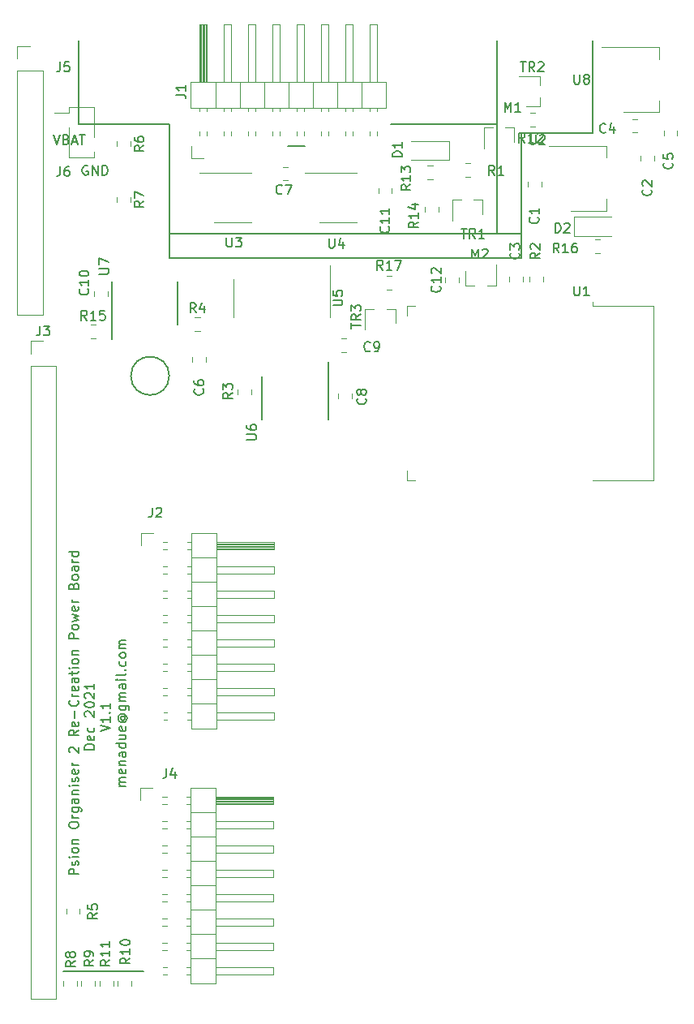
<source format=gbr>
G04 #@! TF.GenerationSoftware,KiCad,Pcbnew,5.1.5+dfsg1-2build2*
G04 #@! TF.CreationDate,2021-12-28T07:58:32+00:00*
G04 #@! TF.ProjectId,psion-org2-power,7073696f-6e2d-46f7-9267-322d706f7765,rev?*
G04 #@! TF.SameCoordinates,Original*
G04 #@! TF.FileFunction,Legend,Top*
G04 #@! TF.FilePolarity,Positive*
%FSLAX46Y46*%
G04 Gerber Fmt 4.6, Leading zero omitted, Abs format (unit mm)*
G04 Created by KiCad (PCBNEW 5.1.5+dfsg1-2build2) date 2021-12-28 07:58:32*
%MOMM*%
%LPD*%
G04 APERTURE LIST*
%ADD10C,0.150000*%
%ADD11C,0.120000*%
G04 APERTURE END LIST*
D10*
X129600000Y-38100000D02*
X118500000Y-38100000D01*
X95350000Y-64400000D02*
G75*
G03X95350000Y-64400000I-2000000J0D01*
G01*
X85877380Y-116409523D02*
X84877380Y-116409523D01*
X84877380Y-116028571D01*
X84925000Y-115933333D01*
X84972619Y-115885714D01*
X85067857Y-115838095D01*
X85210714Y-115838095D01*
X85305952Y-115885714D01*
X85353571Y-115933333D01*
X85401190Y-116028571D01*
X85401190Y-116409523D01*
X85829761Y-115457142D02*
X85877380Y-115361904D01*
X85877380Y-115171428D01*
X85829761Y-115076190D01*
X85734523Y-115028571D01*
X85686904Y-115028571D01*
X85591666Y-115076190D01*
X85544047Y-115171428D01*
X85544047Y-115314285D01*
X85496428Y-115409523D01*
X85401190Y-115457142D01*
X85353571Y-115457142D01*
X85258333Y-115409523D01*
X85210714Y-115314285D01*
X85210714Y-115171428D01*
X85258333Y-115076190D01*
X85877380Y-114600000D02*
X85210714Y-114600000D01*
X84877380Y-114600000D02*
X84925000Y-114647619D01*
X84972619Y-114600000D01*
X84925000Y-114552380D01*
X84877380Y-114600000D01*
X84972619Y-114600000D01*
X85877380Y-113980952D02*
X85829761Y-114076190D01*
X85782142Y-114123809D01*
X85686904Y-114171428D01*
X85401190Y-114171428D01*
X85305952Y-114123809D01*
X85258333Y-114076190D01*
X85210714Y-113980952D01*
X85210714Y-113838095D01*
X85258333Y-113742857D01*
X85305952Y-113695238D01*
X85401190Y-113647619D01*
X85686904Y-113647619D01*
X85782142Y-113695238D01*
X85829761Y-113742857D01*
X85877380Y-113838095D01*
X85877380Y-113980952D01*
X85210714Y-113219047D02*
X85877380Y-113219047D01*
X85305952Y-113219047D02*
X85258333Y-113171428D01*
X85210714Y-113076190D01*
X85210714Y-112933333D01*
X85258333Y-112838095D01*
X85353571Y-112790476D01*
X85877380Y-112790476D01*
X84877380Y-111361904D02*
X84877380Y-111171428D01*
X84925000Y-111076190D01*
X85020238Y-110980952D01*
X85210714Y-110933333D01*
X85544047Y-110933333D01*
X85734523Y-110980952D01*
X85829761Y-111076190D01*
X85877380Y-111171428D01*
X85877380Y-111361904D01*
X85829761Y-111457142D01*
X85734523Y-111552380D01*
X85544047Y-111600000D01*
X85210714Y-111600000D01*
X85020238Y-111552380D01*
X84925000Y-111457142D01*
X84877380Y-111361904D01*
X85877380Y-110504761D02*
X85210714Y-110504761D01*
X85401190Y-110504761D02*
X85305952Y-110457142D01*
X85258333Y-110409523D01*
X85210714Y-110314285D01*
X85210714Y-110219047D01*
X85210714Y-109457142D02*
X86020238Y-109457142D01*
X86115476Y-109504761D01*
X86163095Y-109552380D01*
X86210714Y-109647619D01*
X86210714Y-109790476D01*
X86163095Y-109885714D01*
X85829761Y-109457142D02*
X85877380Y-109552380D01*
X85877380Y-109742857D01*
X85829761Y-109838095D01*
X85782142Y-109885714D01*
X85686904Y-109933333D01*
X85401190Y-109933333D01*
X85305952Y-109885714D01*
X85258333Y-109838095D01*
X85210714Y-109742857D01*
X85210714Y-109552380D01*
X85258333Y-109457142D01*
X85877380Y-108552380D02*
X85353571Y-108552380D01*
X85258333Y-108600000D01*
X85210714Y-108695238D01*
X85210714Y-108885714D01*
X85258333Y-108980952D01*
X85829761Y-108552380D02*
X85877380Y-108647619D01*
X85877380Y-108885714D01*
X85829761Y-108980952D01*
X85734523Y-109028571D01*
X85639285Y-109028571D01*
X85544047Y-108980952D01*
X85496428Y-108885714D01*
X85496428Y-108647619D01*
X85448809Y-108552380D01*
X85210714Y-108076190D02*
X85877380Y-108076190D01*
X85305952Y-108076190D02*
X85258333Y-108028571D01*
X85210714Y-107933333D01*
X85210714Y-107790476D01*
X85258333Y-107695238D01*
X85353571Y-107647619D01*
X85877380Y-107647619D01*
X85877380Y-107171428D02*
X85210714Y-107171428D01*
X84877380Y-107171428D02*
X84925000Y-107219047D01*
X84972619Y-107171428D01*
X84925000Y-107123809D01*
X84877380Y-107171428D01*
X84972619Y-107171428D01*
X85829761Y-106742857D02*
X85877380Y-106647619D01*
X85877380Y-106457142D01*
X85829761Y-106361904D01*
X85734523Y-106314285D01*
X85686904Y-106314285D01*
X85591666Y-106361904D01*
X85544047Y-106457142D01*
X85544047Y-106600000D01*
X85496428Y-106695238D01*
X85401190Y-106742857D01*
X85353571Y-106742857D01*
X85258333Y-106695238D01*
X85210714Y-106600000D01*
X85210714Y-106457142D01*
X85258333Y-106361904D01*
X85829761Y-105504761D02*
X85877380Y-105600000D01*
X85877380Y-105790476D01*
X85829761Y-105885714D01*
X85734523Y-105933333D01*
X85353571Y-105933333D01*
X85258333Y-105885714D01*
X85210714Y-105790476D01*
X85210714Y-105600000D01*
X85258333Y-105504761D01*
X85353571Y-105457142D01*
X85448809Y-105457142D01*
X85544047Y-105933333D01*
X85877380Y-105028571D02*
X85210714Y-105028571D01*
X85401190Y-105028571D02*
X85305952Y-104980952D01*
X85258333Y-104933333D01*
X85210714Y-104838095D01*
X85210714Y-104742857D01*
X84972619Y-103695238D02*
X84925000Y-103647619D01*
X84877380Y-103552380D01*
X84877380Y-103314285D01*
X84925000Y-103219047D01*
X84972619Y-103171428D01*
X85067857Y-103123809D01*
X85163095Y-103123809D01*
X85305952Y-103171428D01*
X85877380Y-103742857D01*
X85877380Y-103123809D01*
X85877380Y-101361904D02*
X85401190Y-101695238D01*
X85877380Y-101933333D02*
X84877380Y-101933333D01*
X84877380Y-101552380D01*
X84925000Y-101457142D01*
X84972619Y-101409523D01*
X85067857Y-101361904D01*
X85210714Y-101361904D01*
X85305952Y-101409523D01*
X85353571Y-101457142D01*
X85401190Y-101552380D01*
X85401190Y-101933333D01*
X85829761Y-100552380D02*
X85877380Y-100647619D01*
X85877380Y-100838095D01*
X85829761Y-100933333D01*
X85734523Y-100980952D01*
X85353571Y-100980952D01*
X85258333Y-100933333D01*
X85210714Y-100838095D01*
X85210714Y-100647619D01*
X85258333Y-100552380D01*
X85353571Y-100504761D01*
X85448809Y-100504761D01*
X85544047Y-100980952D01*
X85496428Y-100076190D02*
X85496428Y-99314285D01*
X85782142Y-98266666D02*
X85829761Y-98314285D01*
X85877380Y-98457142D01*
X85877380Y-98552380D01*
X85829761Y-98695238D01*
X85734523Y-98790476D01*
X85639285Y-98838095D01*
X85448809Y-98885714D01*
X85305952Y-98885714D01*
X85115476Y-98838095D01*
X85020238Y-98790476D01*
X84925000Y-98695238D01*
X84877380Y-98552380D01*
X84877380Y-98457142D01*
X84925000Y-98314285D01*
X84972619Y-98266666D01*
X85877380Y-97838095D02*
X85210714Y-97838095D01*
X85401190Y-97838095D02*
X85305952Y-97790476D01*
X85258333Y-97742857D01*
X85210714Y-97647619D01*
X85210714Y-97552380D01*
X85829761Y-96838095D02*
X85877380Y-96933333D01*
X85877380Y-97123809D01*
X85829761Y-97219047D01*
X85734523Y-97266666D01*
X85353571Y-97266666D01*
X85258333Y-97219047D01*
X85210714Y-97123809D01*
X85210714Y-96933333D01*
X85258333Y-96838095D01*
X85353571Y-96790476D01*
X85448809Y-96790476D01*
X85544047Y-97266666D01*
X85877380Y-95933333D02*
X85353571Y-95933333D01*
X85258333Y-95980952D01*
X85210714Y-96076190D01*
X85210714Y-96266666D01*
X85258333Y-96361904D01*
X85829761Y-95933333D02*
X85877380Y-96028571D01*
X85877380Y-96266666D01*
X85829761Y-96361904D01*
X85734523Y-96409523D01*
X85639285Y-96409523D01*
X85544047Y-96361904D01*
X85496428Y-96266666D01*
X85496428Y-96028571D01*
X85448809Y-95933333D01*
X85210714Y-95600000D02*
X85210714Y-95219047D01*
X84877380Y-95457142D02*
X85734523Y-95457142D01*
X85829761Y-95409523D01*
X85877380Y-95314285D01*
X85877380Y-95219047D01*
X85877380Y-94885714D02*
X85210714Y-94885714D01*
X84877380Y-94885714D02*
X84925000Y-94933333D01*
X84972619Y-94885714D01*
X84925000Y-94838095D01*
X84877380Y-94885714D01*
X84972619Y-94885714D01*
X85877380Y-94266666D02*
X85829761Y-94361904D01*
X85782142Y-94409523D01*
X85686904Y-94457142D01*
X85401190Y-94457142D01*
X85305952Y-94409523D01*
X85258333Y-94361904D01*
X85210714Y-94266666D01*
X85210714Y-94123809D01*
X85258333Y-94028571D01*
X85305952Y-93980952D01*
X85401190Y-93933333D01*
X85686904Y-93933333D01*
X85782142Y-93980952D01*
X85829761Y-94028571D01*
X85877380Y-94123809D01*
X85877380Y-94266666D01*
X85210714Y-93504761D02*
X85877380Y-93504761D01*
X85305952Y-93504761D02*
X85258333Y-93457142D01*
X85210714Y-93361904D01*
X85210714Y-93219047D01*
X85258333Y-93123809D01*
X85353571Y-93076190D01*
X85877380Y-93076190D01*
X85877380Y-91838095D02*
X84877380Y-91838095D01*
X84877380Y-91457142D01*
X84925000Y-91361904D01*
X84972619Y-91314285D01*
X85067857Y-91266666D01*
X85210714Y-91266666D01*
X85305952Y-91314285D01*
X85353571Y-91361904D01*
X85401190Y-91457142D01*
X85401190Y-91838095D01*
X85877380Y-90695238D02*
X85829761Y-90790476D01*
X85782142Y-90838095D01*
X85686904Y-90885714D01*
X85401190Y-90885714D01*
X85305952Y-90838095D01*
X85258333Y-90790476D01*
X85210714Y-90695238D01*
X85210714Y-90552380D01*
X85258333Y-90457142D01*
X85305952Y-90409523D01*
X85401190Y-90361904D01*
X85686904Y-90361904D01*
X85782142Y-90409523D01*
X85829761Y-90457142D01*
X85877380Y-90552380D01*
X85877380Y-90695238D01*
X85210714Y-90028571D02*
X85877380Y-89838095D01*
X85401190Y-89647619D01*
X85877380Y-89457142D01*
X85210714Y-89266666D01*
X85829761Y-88504761D02*
X85877380Y-88600000D01*
X85877380Y-88790476D01*
X85829761Y-88885714D01*
X85734523Y-88933333D01*
X85353571Y-88933333D01*
X85258333Y-88885714D01*
X85210714Y-88790476D01*
X85210714Y-88600000D01*
X85258333Y-88504761D01*
X85353571Y-88457142D01*
X85448809Y-88457142D01*
X85544047Y-88933333D01*
X85877380Y-88028571D02*
X85210714Y-88028571D01*
X85401190Y-88028571D02*
X85305952Y-87980952D01*
X85258333Y-87933333D01*
X85210714Y-87838095D01*
X85210714Y-87742857D01*
X85353571Y-86314285D02*
X85401190Y-86171428D01*
X85448809Y-86123809D01*
X85544047Y-86076190D01*
X85686904Y-86076190D01*
X85782142Y-86123809D01*
X85829761Y-86171428D01*
X85877380Y-86266666D01*
X85877380Y-86647619D01*
X84877380Y-86647619D01*
X84877380Y-86314285D01*
X84925000Y-86219047D01*
X84972619Y-86171428D01*
X85067857Y-86123809D01*
X85163095Y-86123809D01*
X85258333Y-86171428D01*
X85305952Y-86219047D01*
X85353571Y-86314285D01*
X85353571Y-86647619D01*
X85877380Y-85504761D02*
X85829761Y-85600000D01*
X85782142Y-85647619D01*
X85686904Y-85695238D01*
X85401190Y-85695238D01*
X85305952Y-85647619D01*
X85258333Y-85600000D01*
X85210714Y-85504761D01*
X85210714Y-85361904D01*
X85258333Y-85266666D01*
X85305952Y-85219047D01*
X85401190Y-85171428D01*
X85686904Y-85171428D01*
X85782142Y-85219047D01*
X85829761Y-85266666D01*
X85877380Y-85361904D01*
X85877380Y-85504761D01*
X85877380Y-84314285D02*
X85353571Y-84314285D01*
X85258333Y-84361904D01*
X85210714Y-84457142D01*
X85210714Y-84647619D01*
X85258333Y-84742857D01*
X85829761Y-84314285D02*
X85877380Y-84409523D01*
X85877380Y-84647619D01*
X85829761Y-84742857D01*
X85734523Y-84790476D01*
X85639285Y-84790476D01*
X85544047Y-84742857D01*
X85496428Y-84647619D01*
X85496428Y-84409523D01*
X85448809Y-84314285D01*
X85877380Y-83838095D02*
X85210714Y-83838095D01*
X85401190Y-83838095D02*
X85305952Y-83790476D01*
X85258333Y-83742857D01*
X85210714Y-83647619D01*
X85210714Y-83552380D01*
X85877380Y-82790476D02*
X84877380Y-82790476D01*
X85829761Y-82790476D02*
X85877380Y-82885714D01*
X85877380Y-83076190D01*
X85829761Y-83171428D01*
X85782142Y-83219047D01*
X85686904Y-83266666D01*
X85401190Y-83266666D01*
X85305952Y-83219047D01*
X85258333Y-83171428D01*
X85210714Y-83076190D01*
X85210714Y-82885714D01*
X85258333Y-82790476D01*
X87527380Y-103385714D02*
X86527380Y-103385714D01*
X86527380Y-103147619D01*
X86575000Y-103004761D01*
X86670238Y-102909523D01*
X86765476Y-102861904D01*
X86955952Y-102814285D01*
X87098809Y-102814285D01*
X87289285Y-102861904D01*
X87384523Y-102909523D01*
X87479761Y-103004761D01*
X87527380Y-103147619D01*
X87527380Y-103385714D01*
X87479761Y-102004761D02*
X87527380Y-102100000D01*
X87527380Y-102290476D01*
X87479761Y-102385714D01*
X87384523Y-102433333D01*
X87003571Y-102433333D01*
X86908333Y-102385714D01*
X86860714Y-102290476D01*
X86860714Y-102100000D01*
X86908333Y-102004761D01*
X87003571Y-101957142D01*
X87098809Y-101957142D01*
X87194047Y-102433333D01*
X87479761Y-101100000D02*
X87527380Y-101195238D01*
X87527380Y-101385714D01*
X87479761Y-101480952D01*
X87432142Y-101528571D01*
X87336904Y-101576190D01*
X87051190Y-101576190D01*
X86955952Y-101528571D01*
X86908333Y-101480952D01*
X86860714Y-101385714D01*
X86860714Y-101195238D01*
X86908333Y-101100000D01*
X86622619Y-99957142D02*
X86575000Y-99909523D01*
X86527380Y-99814285D01*
X86527380Y-99576190D01*
X86575000Y-99480952D01*
X86622619Y-99433333D01*
X86717857Y-99385714D01*
X86813095Y-99385714D01*
X86955952Y-99433333D01*
X87527380Y-100004761D01*
X87527380Y-99385714D01*
X86527380Y-98766666D02*
X86527380Y-98671428D01*
X86575000Y-98576190D01*
X86622619Y-98528571D01*
X86717857Y-98480952D01*
X86908333Y-98433333D01*
X87146428Y-98433333D01*
X87336904Y-98480952D01*
X87432142Y-98528571D01*
X87479761Y-98576190D01*
X87527380Y-98671428D01*
X87527380Y-98766666D01*
X87479761Y-98861904D01*
X87432142Y-98909523D01*
X87336904Y-98957142D01*
X87146428Y-99004761D01*
X86908333Y-99004761D01*
X86717857Y-98957142D01*
X86622619Y-98909523D01*
X86575000Y-98861904D01*
X86527380Y-98766666D01*
X86622619Y-98052380D02*
X86575000Y-98004761D01*
X86527380Y-97909523D01*
X86527380Y-97671428D01*
X86575000Y-97576190D01*
X86622619Y-97528571D01*
X86717857Y-97480952D01*
X86813095Y-97480952D01*
X86955952Y-97528571D01*
X87527380Y-98100000D01*
X87527380Y-97480952D01*
X87527380Y-96528571D02*
X87527380Y-97100000D01*
X87527380Y-96814285D02*
X86527380Y-96814285D01*
X86670238Y-96909523D01*
X86765476Y-97004761D01*
X86813095Y-97100000D01*
X88177380Y-101504761D02*
X89177380Y-101171428D01*
X88177380Y-100838095D01*
X89177380Y-99980952D02*
X89177380Y-100552380D01*
X89177380Y-100266666D02*
X88177380Y-100266666D01*
X88320238Y-100361904D01*
X88415476Y-100457142D01*
X88463095Y-100552380D01*
X89082142Y-99552380D02*
X89129761Y-99504761D01*
X89177380Y-99552380D01*
X89129761Y-99600000D01*
X89082142Y-99552380D01*
X89177380Y-99552380D01*
X89177380Y-98552380D02*
X89177380Y-99123809D01*
X89177380Y-98838095D02*
X88177380Y-98838095D01*
X88320238Y-98933333D01*
X88415476Y-99028571D01*
X88463095Y-99123809D01*
X90827380Y-107195238D02*
X90160714Y-107195238D01*
X90255952Y-107195238D02*
X90208333Y-107147619D01*
X90160714Y-107052380D01*
X90160714Y-106909523D01*
X90208333Y-106814285D01*
X90303571Y-106766666D01*
X90827380Y-106766666D01*
X90303571Y-106766666D02*
X90208333Y-106719047D01*
X90160714Y-106623809D01*
X90160714Y-106480952D01*
X90208333Y-106385714D01*
X90303571Y-106338095D01*
X90827380Y-106338095D01*
X90779761Y-105480952D02*
X90827380Y-105576190D01*
X90827380Y-105766666D01*
X90779761Y-105861904D01*
X90684523Y-105909523D01*
X90303571Y-105909523D01*
X90208333Y-105861904D01*
X90160714Y-105766666D01*
X90160714Y-105576190D01*
X90208333Y-105480952D01*
X90303571Y-105433333D01*
X90398809Y-105433333D01*
X90494047Y-105909523D01*
X90160714Y-105004761D02*
X90827380Y-105004761D01*
X90255952Y-105004761D02*
X90208333Y-104957142D01*
X90160714Y-104861904D01*
X90160714Y-104719047D01*
X90208333Y-104623809D01*
X90303571Y-104576190D01*
X90827380Y-104576190D01*
X90827380Y-103671428D02*
X90303571Y-103671428D01*
X90208333Y-103719047D01*
X90160714Y-103814285D01*
X90160714Y-104004761D01*
X90208333Y-104100000D01*
X90779761Y-103671428D02*
X90827380Y-103766666D01*
X90827380Y-104004761D01*
X90779761Y-104100000D01*
X90684523Y-104147619D01*
X90589285Y-104147619D01*
X90494047Y-104100000D01*
X90446428Y-104004761D01*
X90446428Y-103766666D01*
X90398809Y-103671428D01*
X90827380Y-102766666D02*
X89827380Y-102766666D01*
X90779761Y-102766666D02*
X90827380Y-102861904D01*
X90827380Y-103052380D01*
X90779761Y-103147619D01*
X90732142Y-103195238D01*
X90636904Y-103242857D01*
X90351190Y-103242857D01*
X90255952Y-103195238D01*
X90208333Y-103147619D01*
X90160714Y-103052380D01*
X90160714Y-102861904D01*
X90208333Y-102766666D01*
X90160714Y-101861904D02*
X90827380Y-101861904D01*
X90160714Y-102290476D02*
X90684523Y-102290476D01*
X90779761Y-102242857D01*
X90827380Y-102147619D01*
X90827380Y-102004761D01*
X90779761Y-101909523D01*
X90732142Y-101861904D01*
X90779761Y-101004761D02*
X90827380Y-101100000D01*
X90827380Y-101290476D01*
X90779761Y-101385714D01*
X90684523Y-101433333D01*
X90303571Y-101433333D01*
X90208333Y-101385714D01*
X90160714Y-101290476D01*
X90160714Y-101100000D01*
X90208333Y-101004761D01*
X90303571Y-100957142D01*
X90398809Y-100957142D01*
X90494047Y-101433333D01*
X90351190Y-99909523D02*
X90303571Y-99957142D01*
X90255952Y-100052380D01*
X90255952Y-100147619D01*
X90303571Y-100242857D01*
X90351190Y-100290476D01*
X90446428Y-100338095D01*
X90541666Y-100338095D01*
X90636904Y-100290476D01*
X90684523Y-100242857D01*
X90732142Y-100147619D01*
X90732142Y-100052380D01*
X90684523Y-99957142D01*
X90636904Y-99909523D01*
X90255952Y-99909523D02*
X90636904Y-99909523D01*
X90684523Y-99861904D01*
X90684523Y-99814285D01*
X90636904Y-99719047D01*
X90541666Y-99671428D01*
X90303571Y-99671428D01*
X90160714Y-99766666D01*
X90065476Y-99909523D01*
X90017857Y-100100000D01*
X90065476Y-100290476D01*
X90160714Y-100433333D01*
X90303571Y-100528571D01*
X90494047Y-100576190D01*
X90684523Y-100528571D01*
X90827380Y-100433333D01*
X90922619Y-100290476D01*
X90970238Y-100100000D01*
X90922619Y-99909523D01*
X90827380Y-99766666D01*
X90160714Y-98814285D02*
X90970238Y-98814285D01*
X91065476Y-98861904D01*
X91113095Y-98909523D01*
X91160714Y-99004761D01*
X91160714Y-99147619D01*
X91113095Y-99242857D01*
X90779761Y-98814285D02*
X90827380Y-98909523D01*
X90827380Y-99100000D01*
X90779761Y-99195238D01*
X90732142Y-99242857D01*
X90636904Y-99290476D01*
X90351190Y-99290476D01*
X90255952Y-99242857D01*
X90208333Y-99195238D01*
X90160714Y-99100000D01*
X90160714Y-98909523D01*
X90208333Y-98814285D01*
X90827380Y-98338095D02*
X90160714Y-98338095D01*
X90255952Y-98338095D02*
X90208333Y-98290476D01*
X90160714Y-98195238D01*
X90160714Y-98052380D01*
X90208333Y-97957142D01*
X90303571Y-97909523D01*
X90827380Y-97909523D01*
X90303571Y-97909523D02*
X90208333Y-97861904D01*
X90160714Y-97766666D01*
X90160714Y-97623809D01*
X90208333Y-97528571D01*
X90303571Y-97480952D01*
X90827380Y-97480952D01*
X90827380Y-96576190D02*
X90303571Y-96576190D01*
X90208333Y-96623809D01*
X90160714Y-96719047D01*
X90160714Y-96909523D01*
X90208333Y-97004761D01*
X90779761Y-96576190D02*
X90827380Y-96671428D01*
X90827380Y-96909523D01*
X90779761Y-97004761D01*
X90684523Y-97052380D01*
X90589285Y-97052380D01*
X90494047Y-97004761D01*
X90446428Y-96909523D01*
X90446428Y-96671428D01*
X90398809Y-96576190D01*
X90827380Y-96100000D02*
X90160714Y-96100000D01*
X89827380Y-96100000D02*
X89875000Y-96147619D01*
X89922619Y-96100000D01*
X89875000Y-96052380D01*
X89827380Y-96100000D01*
X89922619Y-96100000D01*
X90827380Y-95480952D02*
X90779761Y-95576190D01*
X90684523Y-95623809D01*
X89827380Y-95623809D01*
X90732142Y-95100000D02*
X90779761Y-95052380D01*
X90827380Y-95100000D01*
X90779761Y-95147619D01*
X90732142Y-95100000D01*
X90827380Y-95100000D01*
X90779761Y-94195238D02*
X90827380Y-94290476D01*
X90827380Y-94480952D01*
X90779761Y-94576190D01*
X90732142Y-94623809D01*
X90636904Y-94671428D01*
X90351190Y-94671428D01*
X90255952Y-94623809D01*
X90208333Y-94576190D01*
X90160714Y-94480952D01*
X90160714Y-94290476D01*
X90208333Y-94195238D01*
X90827380Y-93623809D02*
X90779761Y-93719047D01*
X90732142Y-93766666D01*
X90636904Y-93814285D01*
X90351190Y-93814285D01*
X90255952Y-93766666D01*
X90208333Y-93719047D01*
X90160714Y-93623809D01*
X90160714Y-93480952D01*
X90208333Y-93385714D01*
X90255952Y-93338095D01*
X90351190Y-93290476D01*
X90636904Y-93290476D01*
X90732142Y-93338095D01*
X90779761Y-93385714D01*
X90827380Y-93480952D01*
X90827380Y-93623809D01*
X90827380Y-92861904D02*
X90160714Y-92861904D01*
X90255952Y-92861904D02*
X90208333Y-92814285D01*
X90160714Y-92719047D01*
X90160714Y-92576190D01*
X90208333Y-92480952D01*
X90303571Y-92433333D01*
X90827380Y-92433333D01*
X90303571Y-92433333D02*
X90208333Y-92385714D01*
X90160714Y-92290476D01*
X90160714Y-92147619D01*
X90208333Y-92052380D01*
X90303571Y-92004761D01*
X90827380Y-92004761D01*
X86838095Y-42500000D02*
X86742857Y-42452380D01*
X86600000Y-42452380D01*
X86457142Y-42500000D01*
X86361904Y-42595238D01*
X86314285Y-42690476D01*
X86266666Y-42880952D01*
X86266666Y-43023809D01*
X86314285Y-43214285D01*
X86361904Y-43309523D01*
X86457142Y-43404761D01*
X86600000Y-43452380D01*
X86695238Y-43452380D01*
X86838095Y-43404761D01*
X86885714Y-43357142D01*
X86885714Y-43023809D01*
X86695238Y-43023809D01*
X87314285Y-43452380D02*
X87314285Y-42452380D01*
X87885714Y-43452380D01*
X87885714Y-42452380D01*
X88361904Y-43452380D02*
X88361904Y-42452380D01*
X88600000Y-42452380D01*
X88742857Y-42500000D01*
X88838095Y-42595238D01*
X88885714Y-42690476D01*
X88933333Y-42880952D01*
X88933333Y-43023809D01*
X88885714Y-43214285D01*
X88838095Y-43309523D01*
X88742857Y-43404761D01*
X88600000Y-43452380D01*
X88361904Y-43452380D01*
X83257142Y-39252380D02*
X83590476Y-40252380D01*
X83923809Y-39252380D01*
X84590476Y-39728571D02*
X84733333Y-39776190D01*
X84780952Y-39823809D01*
X84828571Y-39919047D01*
X84828571Y-40061904D01*
X84780952Y-40157142D01*
X84733333Y-40204761D01*
X84638095Y-40252380D01*
X84257142Y-40252380D01*
X84257142Y-39252380D01*
X84590476Y-39252380D01*
X84685714Y-39300000D01*
X84733333Y-39347619D01*
X84780952Y-39442857D01*
X84780952Y-39538095D01*
X84733333Y-39633333D01*
X84685714Y-39680952D01*
X84590476Y-39728571D01*
X84257142Y-39728571D01*
X85209523Y-39966666D02*
X85685714Y-39966666D01*
X85114285Y-40252380D02*
X85447619Y-39252380D01*
X85780952Y-40252380D01*
X85971428Y-39252380D02*
X86542857Y-39252380D01*
X86257142Y-40252380D02*
X86257142Y-39252380D01*
X107700000Y-40400000D02*
X109500000Y-40400000D01*
X129600000Y-49600000D02*
X129600000Y-29400000D01*
X132100000Y-49600000D02*
X129600000Y-49600000D01*
X95400000Y-49600000D02*
X132100000Y-49600000D01*
X95400000Y-38100000D02*
X95400000Y-52100000D01*
X95400000Y-38100000D02*
X92900000Y-38100000D01*
X139600000Y-30900000D02*
X139600000Y-29400000D01*
X139600000Y-39100000D02*
X139600000Y-30900000D01*
X132100000Y-39100000D02*
X139600000Y-39100000D01*
X132100000Y-52100000D02*
X132100000Y-39100000D01*
X95400000Y-52100000D02*
X132100000Y-52100000D01*
X85900000Y-38100000D02*
X92900000Y-38100000D01*
X85900000Y-29400000D02*
X85900000Y-38100000D01*
X84300000Y-126500000D02*
X92700000Y-126500000D01*
D11*
X80870000Y-60730000D02*
X82200000Y-60730000D01*
X80870000Y-62060000D02*
X80870000Y-60730000D01*
X80870000Y-63330000D02*
X83530000Y-63330000D01*
X83530000Y-63330000D02*
X83530000Y-129430000D01*
X80870000Y-63330000D02*
X80870000Y-129430000D01*
X80870000Y-129430000D02*
X83530000Y-129430000D01*
X140500000Y-30090000D02*
X146510000Y-30090000D01*
X142750000Y-36910000D02*
X146510000Y-36910000D01*
X146510000Y-30090000D02*
X146510000Y-31350000D01*
X146510000Y-36910000D02*
X146510000Y-35650000D01*
X118980000Y-57440000D02*
X118980000Y-58900000D01*
X115820000Y-57440000D02*
X115820000Y-59600000D01*
X115820000Y-57440000D02*
X116750000Y-57440000D01*
X118980000Y-57440000D02*
X118050000Y-57440000D01*
X134060000Y-36280000D02*
X132600000Y-36280000D01*
X134060000Y-33120000D02*
X131900000Y-33120000D01*
X134060000Y-33120000D02*
X134060000Y-34050000D01*
X134060000Y-36280000D02*
X134060000Y-35350000D01*
X118558578Y-53990000D02*
X118041422Y-53990000D01*
X118558578Y-55410000D02*
X118041422Y-55410000D01*
X139841422Y-51610000D02*
X140358578Y-51610000D01*
X139841422Y-50190000D02*
X140358578Y-50190000D01*
X122090000Y-46741422D02*
X122090000Y-47258578D01*
X123510000Y-46741422D02*
X123510000Y-47258578D01*
X122341422Y-43910000D02*
X122858578Y-43910000D01*
X122341422Y-42490000D02*
X122858578Y-42490000D01*
X133041422Y-38410000D02*
X133558578Y-38410000D01*
X133041422Y-36990000D02*
X133558578Y-36990000D01*
X88090000Y-127541422D02*
X88090000Y-128058578D01*
X89510000Y-127541422D02*
X89510000Y-128058578D01*
X89990000Y-127541422D02*
X89990000Y-128058578D01*
X91410000Y-127541422D02*
X91410000Y-128058578D01*
X86190000Y-127578922D02*
X86190000Y-128096078D01*
X87610000Y-127578922D02*
X87610000Y-128096078D01*
X84290000Y-127578922D02*
X84290000Y-128096078D01*
X85710000Y-127578922D02*
X85710000Y-128096078D01*
X89890000Y-45741422D02*
X89890000Y-46258578D01*
X91310000Y-45741422D02*
X91310000Y-46258578D01*
X89890000Y-39941422D02*
X89890000Y-40458578D01*
X91310000Y-39941422D02*
X91310000Y-40458578D01*
X86010000Y-120558578D02*
X86010000Y-120041422D01*
X84590000Y-120558578D02*
X84590000Y-120041422D01*
X98041422Y-59710000D02*
X98558578Y-59710000D01*
X98041422Y-58290000D02*
X98558578Y-58290000D01*
X102490000Y-65841422D02*
X102490000Y-66358578D01*
X103910000Y-65841422D02*
X103910000Y-66358578D01*
X126320000Y-54960000D02*
X126320000Y-53500000D01*
X129480000Y-54960000D02*
X129480000Y-52800000D01*
X129480000Y-54960000D02*
X128550000Y-54960000D01*
X126320000Y-54960000D02*
X127250000Y-54960000D01*
X137650000Y-47800000D02*
X141550000Y-47800000D01*
X137650000Y-49800000D02*
X141550000Y-49800000D01*
X137650000Y-47800000D02*
X137650000Y-49800000D01*
X124550000Y-41900000D02*
X120650000Y-41900000D01*
X124550000Y-39900000D02*
X120650000Y-39900000D01*
X124550000Y-41900000D02*
X124550000Y-39900000D01*
X125610000Y-54658578D02*
X125610000Y-54141422D01*
X124190000Y-54658578D02*
X124190000Y-54141422D01*
X117190000Y-44841422D02*
X117190000Y-45358578D01*
X118610000Y-44841422D02*
X118610000Y-45358578D01*
X87490000Y-55541422D02*
X87490000Y-56058578D01*
X88910000Y-55541422D02*
X88910000Y-56058578D01*
X113341422Y-61910000D02*
X113858578Y-61910000D01*
X113341422Y-60490000D02*
X113858578Y-60490000D01*
X146990000Y-38841422D02*
X146990000Y-39358578D01*
X148410000Y-38841422D02*
X148410000Y-39358578D01*
X143741422Y-39010000D02*
X144258578Y-39010000D01*
X143741422Y-37590000D02*
X144258578Y-37590000D01*
D10*
X89350000Y-60550000D02*
X89350000Y-54575000D01*
X96250000Y-59025000D02*
X96250000Y-54575000D01*
D11*
X107241422Y-44010000D02*
X107758578Y-44010000D01*
X107241422Y-42590000D02*
X107758578Y-42590000D01*
D10*
X111950000Y-62950000D02*
X111950000Y-68925000D01*
X105050000Y-64475000D02*
X105050000Y-68925000D01*
D11*
X131380000Y-38515000D02*
X131380000Y-39975000D01*
X128220000Y-38515000D02*
X128220000Y-40675000D01*
X128220000Y-38515000D02*
X129150000Y-38515000D01*
X131380000Y-38515000D02*
X130450000Y-38515000D01*
X128080000Y-46040000D02*
X128080000Y-47500000D01*
X124920000Y-46040000D02*
X124920000Y-48200000D01*
X124920000Y-46040000D02*
X125850000Y-46040000D01*
X128080000Y-46040000D02*
X127150000Y-46040000D01*
X126758578Y-42190000D02*
X126241422Y-42190000D01*
X126758578Y-43610000D02*
X126241422Y-43610000D01*
X84870000Y-38490000D02*
X84870000Y-41600000D01*
X87530000Y-41030000D02*
X87530000Y-41600000D01*
X84870000Y-36400000D02*
X84870000Y-36970000D01*
X84870000Y-36970000D02*
X83350000Y-36970000D01*
X87530000Y-36400000D02*
X87530000Y-39510000D01*
X84870000Y-41600000D02*
X87530000Y-41600000D01*
X84870000Y-36400000D02*
X87530000Y-36400000D01*
X97630000Y-41670000D02*
X97630000Y-40400000D01*
X98900000Y-41670000D02*
X97630000Y-41670000D01*
X117060000Y-39357071D02*
X117060000Y-38902929D01*
X116300000Y-39357071D02*
X116300000Y-38902929D01*
X117060000Y-36817071D02*
X117060000Y-36420000D01*
X116300000Y-36817071D02*
X116300000Y-36420000D01*
X117060000Y-27760000D02*
X117060000Y-33760000D01*
X116300000Y-27760000D02*
X117060000Y-27760000D01*
X116300000Y-33760000D02*
X116300000Y-27760000D01*
X115410000Y-36420000D02*
X115410000Y-33760000D01*
X114520000Y-39357071D02*
X114520000Y-38902929D01*
X113760000Y-39357071D02*
X113760000Y-38902929D01*
X114520000Y-36817071D02*
X114520000Y-36420000D01*
X113760000Y-36817071D02*
X113760000Y-36420000D01*
X114520000Y-27760000D02*
X114520000Y-33760000D01*
X113760000Y-27760000D02*
X114520000Y-27760000D01*
X113760000Y-33760000D02*
X113760000Y-27760000D01*
X112870000Y-36420000D02*
X112870000Y-33760000D01*
X111980000Y-39357071D02*
X111980000Y-38902929D01*
X111220000Y-39357071D02*
X111220000Y-38902929D01*
X111980000Y-36817071D02*
X111980000Y-36420000D01*
X111220000Y-36817071D02*
X111220000Y-36420000D01*
X111980000Y-27760000D02*
X111980000Y-33760000D01*
X111220000Y-27760000D02*
X111980000Y-27760000D01*
X111220000Y-33760000D02*
X111220000Y-27760000D01*
X110330000Y-36420000D02*
X110330000Y-33760000D01*
X109440000Y-39357071D02*
X109440000Y-38902929D01*
X108680000Y-39357071D02*
X108680000Y-38902929D01*
X109440000Y-36817071D02*
X109440000Y-36420000D01*
X108680000Y-36817071D02*
X108680000Y-36420000D01*
X109440000Y-27760000D02*
X109440000Y-33760000D01*
X108680000Y-27760000D02*
X109440000Y-27760000D01*
X108680000Y-33760000D02*
X108680000Y-27760000D01*
X107790000Y-36420000D02*
X107790000Y-33760000D01*
X106900000Y-39357071D02*
X106900000Y-38902929D01*
X106140000Y-39357071D02*
X106140000Y-38902929D01*
X106900000Y-36817071D02*
X106900000Y-36420000D01*
X106140000Y-36817071D02*
X106140000Y-36420000D01*
X106900000Y-27760000D02*
X106900000Y-33760000D01*
X106140000Y-27760000D02*
X106900000Y-27760000D01*
X106140000Y-33760000D02*
X106140000Y-27760000D01*
X105250000Y-36420000D02*
X105250000Y-33760000D01*
X104360000Y-39357071D02*
X104360000Y-38902929D01*
X103600000Y-39357071D02*
X103600000Y-38902929D01*
X104360000Y-36817071D02*
X104360000Y-36420000D01*
X103600000Y-36817071D02*
X103600000Y-36420000D01*
X104360000Y-27760000D02*
X104360000Y-33760000D01*
X103600000Y-27760000D02*
X104360000Y-27760000D01*
X103600000Y-33760000D02*
X103600000Y-27760000D01*
X102710000Y-36420000D02*
X102710000Y-33760000D01*
X101820000Y-39357071D02*
X101820000Y-38902929D01*
X101060000Y-39357071D02*
X101060000Y-38902929D01*
X101820000Y-36817071D02*
X101820000Y-36420000D01*
X101060000Y-36817071D02*
X101060000Y-36420000D01*
X101820000Y-27760000D02*
X101820000Y-33760000D01*
X101060000Y-27760000D02*
X101820000Y-27760000D01*
X101060000Y-33760000D02*
X101060000Y-27760000D01*
X100170000Y-36420000D02*
X100170000Y-33760000D01*
X99280000Y-39290000D02*
X99280000Y-38902929D01*
X98520000Y-39290000D02*
X98520000Y-38902929D01*
X99280000Y-36817071D02*
X99280000Y-36420000D01*
X98520000Y-36817071D02*
X98520000Y-36420000D01*
X99180000Y-33760000D02*
X99180000Y-27760000D01*
X99060000Y-33760000D02*
X99060000Y-27760000D01*
X98940000Y-33760000D02*
X98940000Y-27760000D01*
X98820000Y-33760000D02*
X98820000Y-27760000D01*
X98700000Y-33760000D02*
X98700000Y-27760000D01*
X98580000Y-33760000D02*
X98580000Y-27760000D01*
X99280000Y-27760000D02*
X99280000Y-33760000D01*
X98520000Y-27760000D02*
X99280000Y-27760000D01*
X98520000Y-33760000D02*
X98520000Y-27760000D01*
X97570000Y-33760000D02*
X97570000Y-36420000D01*
X118010000Y-33760000D02*
X97570000Y-33760000D01*
X118010000Y-36420000D02*
X118010000Y-33760000D01*
X97570000Y-36420000D02*
X118010000Y-36420000D01*
X92330000Y-107430000D02*
X93600000Y-107430000D01*
X92330000Y-108700000D02*
X92330000Y-107430000D01*
X94642929Y-108340000D02*
X95097071Y-108340000D01*
X94642929Y-109100000D02*
X95097071Y-109100000D01*
X97182929Y-126860000D02*
X97580000Y-126860000D01*
X97182929Y-126100000D02*
X97580000Y-126100000D01*
X106240000Y-126860000D02*
X100240000Y-126860000D01*
X106240000Y-126100000D02*
X106240000Y-126860000D01*
X100240000Y-126100000D02*
X106240000Y-126100000D01*
X97580000Y-125210000D02*
X100240000Y-125210000D01*
X94642929Y-110880000D02*
X95097071Y-110880000D01*
X94642929Y-111640000D02*
X95097071Y-111640000D01*
X97182929Y-124320000D02*
X97580000Y-124320000D01*
X97182929Y-123560000D02*
X97580000Y-123560000D01*
X106240000Y-124320000D02*
X100240000Y-124320000D01*
X106240000Y-123560000D02*
X106240000Y-124320000D01*
X100240000Y-123560000D02*
X106240000Y-123560000D01*
X97580000Y-122670000D02*
X100240000Y-122670000D01*
X94642929Y-113420000D02*
X95097071Y-113420000D01*
X94642929Y-114180000D02*
X95097071Y-114180000D01*
X97182929Y-121780000D02*
X97580000Y-121780000D01*
X97182929Y-121020000D02*
X97580000Y-121020000D01*
X106240000Y-121780000D02*
X100240000Y-121780000D01*
X106240000Y-121020000D02*
X106240000Y-121780000D01*
X100240000Y-121020000D02*
X106240000Y-121020000D01*
X97580000Y-120130000D02*
X100240000Y-120130000D01*
X94642929Y-115960000D02*
X95097071Y-115960000D01*
X94642929Y-116720000D02*
X95097071Y-116720000D01*
X97182929Y-119240000D02*
X97580000Y-119240000D01*
X97182929Y-118480000D02*
X97580000Y-118480000D01*
X106240000Y-119240000D02*
X100240000Y-119240000D01*
X106240000Y-118480000D02*
X106240000Y-119240000D01*
X100240000Y-118480000D02*
X106240000Y-118480000D01*
X97580000Y-117590000D02*
X100240000Y-117590000D01*
X94642929Y-118500000D02*
X95097071Y-118500000D01*
X94642929Y-119260000D02*
X95097071Y-119260000D01*
X97182929Y-116700000D02*
X97580000Y-116700000D01*
X97182929Y-115940000D02*
X97580000Y-115940000D01*
X106240000Y-116700000D02*
X100240000Y-116700000D01*
X106240000Y-115940000D02*
X106240000Y-116700000D01*
X100240000Y-115940000D02*
X106240000Y-115940000D01*
X97580000Y-115050000D02*
X100240000Y-115050000D01*
X94642929Y-121040000D02*
X95097071Y-121040000D01*
X94642929Y-121800000D02*
X95097071Y-121800000D01*
X97182929Y-114160000D02*
X97580000Y-114160000D01*
X97182929Y-113400000D02*
X97580000Y-113400000D01*
X106240000Y-114160000D02*
X100240000Y-114160000D01*
X106240000Y-113400000D02*
X106240000Y-114160000D01*
X100240000Y-113400000D02*
X106240000Y-113400000D01*
X97580000Y-112510000D02*
X100240000Y-112510000D01*
X94642929Y-123580000D02*
X95097071Y-123580000D01*
X94642929Y-124340000D02*
X95097071Y-124340000D01*
X97182929Y-111620000D02*
X97580000Y-111620000D01*
X97182929Y-110860000D02*
X97580000Y-110860000D01*
X106240000Y-111620000D02*
X100240000Y-111620000D01*
X106240000Y-110860000D02*
X106240000Y-111620000D01*
X100240000Y-110860000D02*
X106240000Y-110860000D01*
X97580000Y-109970000D02*
X100240000Y-109970000D01*
X94710000Y-126120000D02*
X95097071Y-126120000D01*
X94710000Y-126880000D02*
X95097071Y-126880000D01*
X97182929Y-109080000D02*
X97580000Y-109080000D01*
X97182929Y-108320000D02*
X97580000Y-108320000D01*
X100240000Y-108980000D02*
X106240000Y-108980000D01*
X100240000Y-108860000D02*
X106240000Y-108860000D01*
X100240000Y-108740000D02*
X106240000Y-108740000D01*
X100240000Y-108620000D02*
X106240000Y-108620000D01*
X100240000Y-108500000D02*
X106240000Y-108500000D01*
X100240000Y-108380000D02*
X106240000Y-108380000D01*
X106240000Y-109080000D02*
X100240000Y-109080000D01*
X106240000Y-108320000D02*
X106240000Y-109080000D01*
X100240000Y-108320000D02*
X106240000Y-108320000D01*
X100240000Y-107370000D02*
X97580000Y-107370000D01*
X100240000Y-127810000D02*
X100240000Y-107370000D01*
X97580000Y-127810000D02*
X100240000Y-127810000D01*
X97580000Y-107370000D02*
X97580000Y-127810000D01*
X92380000Y-80830000D02*
X93650000Y-80830000D01*
X92380000Y-82100000D02*
X92380000Y-80830000D01*
X94692929Y-81740000D02*
X95147071Y-81740000D01*
X94692929Y-82500000D02*
X95147071Y-82500000D01*
X97232929Y-100260000D02*
X97630000Y-100260000D01*
X97232929Y-99500000D02*
X97630000Y-99500000D01*
X106290000Y-100260000D02*
X100290000Y-100260000D01*
X106290000Y-99500000D02*
X106290000Y-100260000D01*
X100290000Y-99500000D02*
X106290000Y-99500000D01*
X97630000Y-98610000D02*
X100290000Y-98610000D01*
X94692929Y-84280000D02*
X95147071Y-84280000D01*
X94692929Y-85040000D02*
X95147071Y-85040000D01*
X97232929Y-97720000D02*
X97630000Y-97720000D01*
X97232929Y-96960000D02*
X97630000Y-96960000D01*
X106290000Y-97720000D02*
X100290000Y-97720000D01*
X106290000Y-96960000D02*
X106290000Y-97720000D01*
X100290000Y-96960000D02*
X106290000Y-96960000D01*
X97630000Y-96070000D02*
X100290000Y-96070000D01*
X94692929Y-86820000D02*
X95147071Y-86820000D01*
X94692929Y-87580000D02*
X95147071Y-87580000D01*
X97232929Y-95180000D02*
X97630000Y-95180000D01*
X97232929Y-94420000D02*
X97630000Y-94420000D01*
X106290000Y-95180000D02*
X100290000Y-95180000D01*
X106290000Y-94420000D02*
X106290000Y-95180000D01*
X100290000Y-94420000D02*
X106290000Y-94420000D01*
X97630000Y-93530000D02*
X100290000Y-93530000D01*
X94692929Y-89360000D02*
X95147071Y-89360000D01*
X94692929Y-90120000D02*
X95147071Y-90120000D01*
X97232929Y-92640000D02*
X97630000Y-92640000D01*
X97232929Y-91880000D02*
X97630000Y-91880000D01*
X106290000Y-92640000D02*
X100290000Y-92640000D01*
X106290000Y-91880000D02*
X106290000Y-92640000D01*
X100290000Y-91880000D02*
X106290000Y-91880000D01*
X97630000Y-90990000D02*
X100290000Y-90990000D01*
X94692929Y-91900000D02*
X95147071Y-91900000D01*
X94692929Y-92660000D02*
X95147071Y-92660000D01*
X97232929Y-90100000D02*
X97630000Y-90100000D01*
X97232929Y-89340000D02*
X97630000Y-89340000D01*
X106290000Y-90100000D02*
X100290000Y-90100000D01*
X106290000Y-89340000D02*
X106290000Y-90100000D01*
X100290000Y-89340000D02*
X106290000Y-89340000D01*
X97630000Y-88450000D02*
X100290000Y-88450000D01*
X94692929Y-94440000D02*
X95147071Y-94440000D01*
X94692929Y-95200000D02*
X95147071Y-95200000D01*
X97232929Y-87560000D02*
X97630000Y-87560000D01*
X97232929Y-86800000D02*
X97630000Y-86800000D01*
X106290000Y-87560000D02*
X100290000Y-87560000D01*
X106290000Y-86800000D02*
X106290000Y-87560000D01*
X100290000Y-86800000D02*
X106290000Y-86800000D01*
X97630000Y-85910000D02*
X100290000Y-85910000D01*
X94692929Y-96980000D02*
X95147071Y-96980000D01*
X94692929Y-97740000D02*
X95147071Y-97740000D01*
X97232929Y-85020000D02*
X97630000Y-85020000D01*
X97232929Y-84260000D02*
X97630000Y-84260000D01*
X106290000Y-85020000D02*
X100290000Y-85020000D01*
X106290000Y-84260000D02*
X106290000Y-85020000D01*
X100290000Y-84260000D02*
X106290000Y-84260000D01*
X97630000Y-83370000D02*
X100290000Y-83370000D01*
X94760000Y-99520000D02*
X95147071Y-99520000D01*
X94760000Y-100280000D02*
X95147071Y-100280000D01*
X97232929Y-82480000D02*
X97630000Y-82480000D01*
X97232929Y-81720000D02*
X97630000Y-81720000D01*
X100290000Y-82380000D02*
X106290000Y-82380000D01*
X100290000Y-82260000D02*
X106290000Y-82260000D01*
X100290000Y-82140000D02*
X106290000Y-82140000D01*
X100290000Y-82020000D02*
X106290000Y-82020000D01*
X100290000Y-81900000D02*
X106290000Y-81900000D01*
X100290000Y-81780000D02*
X106290000Y-81780000D01*
X106290000Y-82480000D02*
X100290000Y-82480000D01*
X106290000Y-81720000D02*
X106290000Y-82480000D01*
X100290000Y-81720000D02*
X106290000Y-81720000D01*
X100290000Y-80770000D02*
X97630000Y-80770000D01*
X100290000Y-101210000D02*
X100290000Y-80770000D01*
X97630000Y-101210000D02*
X100290000Y-101210000D01*
X97630000Y-80770000D02*
X97630000Y-101210000D01*
X113000000Y-43240000D02*
X109550000Y-43240000D01*
X113000000Y-43240000D02*
X114950000Y-43240000D01*
X113000000Y-48360000D02*
X111050000Y-48360000D01*
X113000000Y-48360000D02*
X114950000Y-48360000D01*
X102000000Y-43240000D02*
X98550000Y-43240000D01*
X102000000Y-43240000D02*
X103950000Y-43240000D01*
X102000000Y-48360000D02*
X100050000Y-48360000D01*
X102000000Y-48360000D02*
X103950000Y-48360000D01*
X112160000Y-56300000D02*
X112160000Y-52850000D01*
X112160000Y-56300000D02*
X112160000Y-58250000D01*
X102040000Y-56300000D02*
X102040000Y-54350000D01*
X102040000Y-56300000D02*
X102040000Y-58250000D01*
X79470000Y-29970000D02*
X80800000Y-29970000D01*
X79470000Y-31300000D02*
X79470000Y-29970000D01*
X79470000Y-32570000D02*
X82130000Y-32570000D01*
X82130000Y-32570000D02*
X82130000Y-58030000D01*
X79470000Y-32570000D02*
X79470000Y-58030000D01*
X79470000Y-58030000D02*
X82130000Y-58030000D01*
X135000000Y-40390000D02*
X141010000Y-40390000D01*
X137250000Y-47210000D02*
X141010000Y-47210000D01*
X141010000Y-40390000D02*
X141010000Y-41650000D01*
X141010000Y-47210000D02*
X141010000Y-45950000D01*
X134410000Y-54558578D02*
X134410000Y-54041422D01*
X132990000Y-54558578D02*
X132990000Y-54041422D01*
X132310000Y-54558578D02*
X132310000Y-54041422D01*
X130890000Y-54558578D02*
X130890000Y-54041422D01*
X146010000Y-41958578D02*
X146010000Y-41441422D01*
X144590000Y-41958578D02*
X144590000Y-41441422D01*
X134210000Y-44658578D02*
X134210000Y-44141422D01*
X132790000Y-44658578D02*
X132790000Y-44141422D01*
X139545000Y-57080000D02*
X139545000Y-56700000D01*
X145965000Y-57080000D02*
X139545000Y-57080000D01*
X145965000Y-75320000D02*
X139545000Y-75320000D01*
X145965000Y-57080000D02*
X145965000Y-75320000D01*
X120220000Y-75320000D02*
X120220000Y-74320000D01*
X121000000Y-75320000D02*
X120220000Y-75320000D01*
X120220000Y-57080000D02*
X120220000Y-58080000D01*
X121000000Y-57080000D02*
X120220000Y-57080000D01*
X87141422Y-60510000D02*
X87658578Y-60510000D01*
X87141422Y-59090000D02*
X87658578Y-59090000D01*
X114410000Y-66758578D02*
X114410000Y-66241422D01*
X112990000Y-66758578D02*
X112990000Y-66241422D01*
X97790000Y-62441422D02*
X97790000Y-62958578D01*
X99210000Y-62441422D02*
X99210000Y-62958578D01*
D10*
X81866666Y-59182380D02*
X81866666Y-59896666D01*
X81819047Y-60039523D01*
X81723809Y-60134761D01*
X81580952Y-60182380D01*
X81485714Y-60182380D01*
X82247619Y-59182380D02*
X82866666Y-59182380D01*
X82533333Y-59563333D01*
X82676190Y-59563333D01*
X82771428Y-59610952D01*
X82819047Y-59658571D01*
X82866666Y-59753809D01*
X82866666Y-59991904D01*
X82819047Y-60087142D01*
X82771428Y-60134761D01*
X82676190Y-60182380D01*
X82390476Y-60182380D01*
X82295238Y-60134761D01*
X82247619Y-60087142D01*
X137638095Y-32952380D02*
X137638095Y-33761904D01*
X137685714Y-33857142D01*
X137733333Y-33904761D01*
X137828571Y-33952380D01*
X138019047Y-33952380D01*
X138114285Y-33904761D01*
X138161904Y-33857142D01*
X138209523Y-33761904D01*
X138209523Y-32952380D01*
X138828571Y-33380952D02*
X138733333Y-33333333D01*
X138685714Y-33285714D01*
X138638095Y-33190476D01*
X138638095Y-33142857D01*
X138685714Y-33047619D01*
X138733333Y-33000000D01*
X138828571Y-32952380D01*
X139019047Y-32952380D01*
X139114285Y-33000000D01*
X139161904Y-33047619D01*
X139209523Y-33142857D01*
X139209523Y-33190476D01*
X139161904Y-33285714D01*
X139114285Y-33333333D01*
X139019047Y-33380952D01*
X138828571Y-33380952D01*
X138733333Y-33428571D01*
X138685714Y-33476190D01*
X138638095Y-33571428D01*
X138638095Y-33761904D01*
X138685714Y-33857142D01*
X138733333Y-33904761D01*
X138828571Y-33952380D01*
X139019047Y-33952380D01*
X139114285Y-33904761D01*
X139161904Y-33857142D01*
X139209523Y-33761904D01*
X139209523Y-33571428D01*
X139161904Y-33476190D01*
X139114285Y-33428571D01*
X139019047Y-33380952D01*
X114352380Y-59461904D02*
X114352380Y-58890476D01*
X115352380Y-59176190D02*
X114352380Y-59176190D01*
X115352380Y-57985714D02*
X114876190Y-58319047D01*
X115352380Y-58557142D02*
X114352380Y-58557142D01*
X114352380Y-58176190D01*
X114400000Y-58080952D01*
X114447619Y-58033333D01*
X114542857Y-57985714D01*
X114685714Y-57985714D01*
X114780952Y-58033333D01*
X114828571Y-58080952D01*
X114876190Y-58176190D01*
X114876190Y-58557142D01*
X114352380Y-57652380D02*
X114352380Y-57033333D01*
X114733333Y-57366666D01*
X114733333Y-57223809D01*
X114780952Y-57128571D01*
X114828571Y-57080952D01*
X114923809Y-57033333D01*
X115161904Y-57033333D01*
X115257142Y-57080952D01*
X115304761Y-57128571D01*
X115352380Y-57223809D01*
X115352380Y-57509523D01*
X115304761Y-57604761D01*
X115257142Y-57652380D01*
X132038095Y-31652380D02*
X132609523Y-31652380D01*
X132323809Y-32652380D02*
X132323809Y-31652380D01*
X133514285Y-32652380D02*
X133180952Y-32176190D01*
X132942857Y-32652380D02*
X132942857Y-31652380D01*
X133323809Y-31652380D01*
X133419047Y-31700000D01*
X133466666Y-31747619D01*
X133514285Y-31842857D01*
X133514285Y-31985714D01*
X133466666Y-32080952D01*
X133419047Y-32128571D01*
X133323809Y-32176190D01*
X132942857Y-32176190D01*
X133895238Y-31747619D02*
X133942857Y-31700000D01*
X134038095Y-31652380D01*
X134276190Y-31652380D01*
X134371428Y-31700000D01*
X134419047Y-31747619D01*
X134466666Y-31842857D01*
X134466666Y-31938095D01*
X134419047Y-32080952D01*
X133847619Y-32652380D01*
X134466666Y-32652380D01*
X117657142Y-53352380D02*
X117323809Y-52876190D01*
X117085714Y-53352380D02*
X117085714Y-52352380D01*
X117466666Y-52352380D01*
X117561904Y-52400000D01*
X117609523Y-52447619D01*
X117657142Y-52542857D01*
X117657142Y-52685714D01*
X117609523Y-52780952D01*
X117561904Y-52828571D01*
X117466666Y-52876190D01*
X117085714Y-52876190D01*
X118609523Y-53352380D02*
X118038095Y-53352380D01*
X118323809Y-53352380D02*
X118323809Y-52352380D01*
X118228571Y-52495238D01*
X118133333Y-52590476D01*
X118038095Y-52638095D01*
X118942857Y-52352380D02*
X119609523Y-52352380D01*
X119180952Y-53352380D01*
X136057142Y-51552380D02*
X135723809Y-51076190D01*
X135485714Y-51552380D02*
X135485714Y-50552380D01*
X135866666Y-50552380D01*
X135961904Y-50600000D01*
X136009523Y-50647619D01*
X136057142Y-50742857D01*
X136057142Y-50885714D01*
X136009523Y-50980952D01*
X135961904Y-51028571D01*
X135866666Y-51076190D01*
X135485714Y-51076190D01*
X137009523Y-51552380D02*
X136438095Y-51552380D01*
X136723809Y-51552380D02*
X136723809Y-50552380D01*
X136628571Y-50695238D01*
X136533333Y-50790476D01*
X136438095Y-50838095D01*
X137866666Y-50552380D02*
X137676190Y-50552380D01*
X137580952Y-50600000D01*
X137533333Y-50647619D01*
X137438095Y-50790476D01*
X137390476Y-50980952D01*
X137390476Y-51361904D01*
X137438095Y-51457142D01*
X137485714Y-51504761D01*
X137580952Y-51552380D01*
X137771428Y-51552380D01*
X137866666Y-51504761D01*
X137914285Y-51457142D01*
X137961904Y-51361904D01*
X137961904Y-51123809D01*
X137914285Y-51028571D01*
X137866666Y-50980952D01*
X137771428Y-50933333D01*
X137580952Y-50933333D01*
X137485714Y-50980952D01*
X137438095Y-51028571D01*
X137390476Y-51123809D01*
X121352380Y-48342857D02*
X120876190Y-48676190D01*
X121352380Y-48914285D02*
X120352380Y-48914285D01*
X120352380Y-48533333D01*
X120400000Y-48438095D01*
X120447619Y-48390476D01*
X120542857Y-48342857D01*
X120685714Y-48342857D01*
X120780952Y-48390476D01*
X120828571Y-48438095D01*
X120876190Y-48533333D01*
X120876190Y-48914285D01*
X121352380Y-47390476D02*
X121352380Y-47961904D01*
X121352380Y-47676190D02*
X120352380Y-47676190D01*
X120495238Y-47771428D01*
X120590476Y-47866666D01*
X120638095Y-47961904D01*
X120685714Y-46533333D02*
X121352380Y-46533333D01*
X120304761Y-46771428D02*
X121019047Y-47009523D01*
X121019047Y-46390476D01*
X120552380Y-44442857D02*
X120076190Y-44776190D01*
X120552380Y-45014285D02*
X119552380Y-45014285D01*
X119552380Y-44633333D01*
X119600000Y-44538095D01*
X119647619Y-44490476D01*
X119742857Y-44442857D01*
X119885714Y-44442857D01*
X119980952Y-44490476D01*
X120028571Y-44538095D01*
X120076190Y-44633333D01*
X120076190Y-45014285D01*
X120552380Y-43490476D02*
X120552380Y-44061904D01*
X120552380Y-43776190D02*
X119552380Y-43776190D01*
X119695238Y-43871428D01*
X119790476Y-43966666D01*
X119838095Y-44061904D01*
X119552380Y-43157142D02*
X119552380Y-42538095D01*
X119933333Y-42871428D01*
X119933333Y-42728571D01*
X119980952Y-42633333D01*
X120028571Y-42585714D01*
X120123809Y-42538095D01*
X120361904Y-42538095D01*
X120457142Y-42585714D01*
X120504761Y-42633333D01*
X120552380Y-42728571D01*
X120552380Y-43014285D01*
X120504761Y-43109523D01*
X120457142Y-43157142D01*
X132482142Y-40052380D02*
X132148809Y-39576190D01*
X131910714Y-40052380D02*
X131910714Y-39052380D01*
X132291666Y-39052380D01*
X132386904Y-39100000D01*
X132434523Y-39147619D01*
X132482142Y-39242857D01*
X132482142Y-39385714D01*
X132434523Y-39480952D01*
X132386904Y-39528571D01*
X132291666Y-39576190D01*
X131910714Y-39576190D01*
X133434523Y-40052380D02*
X132863095Y-40052380D01*
X133148809Y-40052380D02*
X133148809Y-39052380D01*
X133053571Y-39195238D01*
X132958333Y-39290476D01*
X132863095Y-39338095D01*
X133815476Y-39147619D02*
X133863095Y-39100000D01*
X133958333Y-39052380D01*
X134196428Y-39052380D01*
X134291666Y-39100000D01*
X134339285Y-39147619D01*
X134386904Y-39242857D01*
X134386904Y-39338095D01*
X134339285Y-39480952D01*
X133767857Y-40052380D01*
X134386904Y-40052380D01*
X89152380Y-125342857D02*
X88676190Y-125676190D01*
X89152380Y-125914285D02*
X88152380Y-125914285D01*
X88152380Y-125533333D01*
X88200000Y-125438095D01*
X88247619Y-125390476D01*
X88342857Y-125342857D01*
X88485714Y-125342857D01*
X88580952Y-125390476D01*
X88628571Y-125438095D01*
X88676190Y-125533333D01*
X88676190Y-125914285D01*
X89152380Y-124390476D02*
X89152380Y-124961904D01*
X89152380Y-124676190D02*
X88152380Y-124676190D01*
X88295238Y-124771428D01*
X88390476Y-124866666D01*
X88438095Y-124961904D01*
X89152380Y-123438095D02*
X89152380Y-124009523D01*
X89152380Y-123723809D02*
X88152380Y-123723809D01*
X88295238Y-123819047D01*
X88390476Y-123914285D01*
X88438095Y-124009523D01*
X91252380Y-125142857D02*
X90776190Y-125476190D01*
X91252380Y-125714285D02*
X90252380Y-125714285D01*
X90252380Y-125333333D01*
X90300000Y-125238095D01*
X90347619Y-125190476D01*
X90442857Y-125142857D01*
X90585714Y-125142857D01*
X90680952Y-125190476D01*
X90728571Y-125238095D01*
X90776190Y-125333333D01*
X90776190Y-125714285D01*
X91252380Y-124190476D02*
X91252380Y-124761904D01*
X91252380Y-124476190D02*
X90252380Y-124476190D01*
X90395238Y-124571428D01*
X90490476Y-124666666D01*
X90538095Y-124761904D01*
X90252380Y-123571428D02*
X90252380Y-123476190D01*
X90300000Y-123380952D01*
X90347619Y-123333333D01*
X90442857Y-123285714D01*
X90633333Y-123238095D01*
X90871428Y-123238095D01*
X91061904Y-123285714D01*
X91157142Y-123333333D01*
X91204761Y-123380952D01*
X91252380Y-123476190D01*
X91252380Y-123571428D01*
X91204761Y-123666666D01*
X91157142Y-123714285D01*
X91061904Y-123761904D01*
X90871428Y-123809523D01*
X90633333Y-123809523D01*
X90442857Y-123761904D01*
X90347619Y-123714285D01*
X90300000Y-123666666D01*
X90252380Y-123571428D01*
X87452380Y-125366666D02*
X86976190Y-125700000D01*
X87452380Y-125938095D02*
X86452380Y-125938095D01*
X86452380Y-125557142D01*
X86500000Y-125461904D01*
X86547619Y-125414285D01*
X86642857Y-125366666D01*
X86785714Y-125366666D01*
X86880952Y-125414285D01*
X86928571Y-125461904D01*
X86976190Y-125557142D01*
X86976190Y-125938095D01*
X87452380Y-124890476D02*
X87452380Y-124700000D01*
X87404761Y-124604761D01*
X87357142Y-124557142D01*
X87214285Y-124461904D01*
X87023809Y-124414285D01*
X86642857Y-124414285D01*
X86547619Y-124461904D01*
X86500000Y-124509523D01*
X86452380Y-124604761D01*
X86452380Y-124795238D01*
X86500000Y-124890476D01*
X86547619Y-124938095D01*
X86642857Y-124985714D01*
X86880952Y-124985714D01*
X86976190Y-124938095D01*
X87023809Y-124890476D01*
X87071428Y-124795238D01*
X87071428Y-124604761D01*
X87023809Y-124509523D01*
X86976190Y-124461904D01*
X86880952Y-124414285D01*
X85552380Y-125466666D02*
X85076190Y-125800000D01*
X85552380Y-126038095D02*
X84552380Y-126038095D01*
X84552380Y-125657142D01*
X84600000Y-125561904D01*
X84647619Y-125514285D01*
X84742857Y-125466666D01*
X84885714Y-125466666D01*
X84980952Y-125514285D01*
X85028571Y-125561904D01*
X85076190Y-125657142D01*
X85076190Y-126038095D01*
X84980952Y-124895238D02*
X84933333Y-124990476D01*
X84885714Y-125038095D01*
X84790476Y-125085714D01*
X84742857Y-125085714D01*
X84647619Y-125038095D01*
X84600000Y-124990476D01*
X84552380Y-124895238D01*
X84552380Y-124704761D01*
X84600000Y-124609523D01*
X84647619Y-124561904D01*
X84742857Y-124514285D01*
X84790476Y-124514285D01*
X84885714Y-124561904D01*
X84933333Y-124609523D01*
X84980952Y-124704761D01*
X84980952Y-124895238D01*
X85028571Y-124990476D01*
X85076190Y-125038095D01*
X85171428Y-125085714D01*
X85361904Y-125085714D01*
X85457142Y-125038095D01*
X85504761Y-124990476D01*
X85552380Y-124895238D01*
X85552380Y-124704761D01*
X85504761Y-124609523D01*
X85457142Y-124561904D01*
X85361904Y-124514285D01*
X85171428Y-124514285D01*
X85076190Y-124561904D01*
X85028571Y-124609523D01*
X84980952Y-124704761D01*
X92702380Y-46166666D02*
X92226190Y-46500000D01*
X92702380Y-46738095D02*
X91702380Y-46738095D01*
X91702380Y-46357142D01*
X91750000Y-46261904D01*
X91797619Y-46214285D01*
X91892857Y-46166666D01*
X92035714Y-46166666D01*
X92130952Y-46214285D01*
X92178571Y-46261904D01*
X92226190Y-46357142D01*
X92226190Y-46738095D01*
X91702380Y-45833333D02*
X91702380Y-45166666D01*
X92702380Y-45595238D01*
X92702380Y-40366666D02*
X92226190Y-40700000D01*
X92702380Y-40938095D02*
X91702380Y-40938095D01*
X91702380Y-40557142D01*
X91750000Y-40461904D01*
X91797619Y-40414285D01*
X91892857Y-40366666D01*
X92035714Y-40366666D01*
X92130952Y-40414285D01*
X92178571Y-40461904D01*
X92226190Y-40557142D01*
X92226190Y-40938095D01*
X91702380Y-39509523D02*
X91702380Y-39700000D01*
X91750000Y-39795238D01*
X91797619Y-39842857D01*
X91940476Y-39938095D01*
X92130952Y-39985714D01*
X92511904Y-39985714D01*
X92607142Y-39938095D01*
X92654761Y-39890476D01*
X92702380Y-39795238D01*
X92702380Y-39604761D01*
X92654761Y-39509523D01*
X92607142Y-39461904D01*
X92511904Y-39414285D01*
X92273809Y-39414285D01*
X92178571Y-39461904D01*
X92130952Y-39509523D01*
X92083333Y-39604761D01*
X92083333Y-39795238D01*
X92130952Y-39890476D01*
X92178571Y-39938095D01*
X92273809Y-39985714D01*
X87852380Y-120466666D02*
X87376190Y-120800000D01*
X87852380Y-121038095D02*
X86852380Y-121038095D01*
X86852380Y-120657142D01*
X86900000Y-120561904D01*
X86947619Y-120514285D01*
X87042857Y-120466666D01*
X87185714Y-120466666D01*
X87280952Y-120514285D01*
X87328571Y-120561904D01*
X87376190Y-120657142D01*
X87376190Y-121038095D01*
X86852380Y-119561904D02*
X86852380Y-120038095D01*
X87328571Y-120085714D01*
X87280952Y-120038095D01*
X87233333Y-119942857D01*
X87233333Y-119704761D01*
X87280952Y-119609523D01*
X87328571Y-119561904D01*
X87423809Y-119514285D01*
X87661904Y-119514285D01*
X87757142Y-119561904D01*
X87804761Y-119609523D01*
X87852380Y-119704761D01*
X87852380Y-119942857D01*
X87804761Y-120038095D01*
X87757142Y-120085714D01*
X98133333Y-57802380D02*
X97800000Y-57326190D01*
X97561904Y-57802380D02*
X97561904Y-56802380D01*
X97942857Y-56802380D01*
X98038095Y-56850000D01*
X98085714Y-56897619D01*
X98133333Y-56992857D01*
X98133333Y-57135714D01*
X98085714Y-57230952D01*
X98038095Y-57278571D01*
X97942857Y-57326190D01*
X97561904Y-57326190D01*
X98990476Y-57135714D02*
X98990476Y-57802380D01*
X98752380Y-56754761D02*
X98514285Y-57469047D01*
X99133333Y-57469047D01*
X101952380Y-66166666D02*
X101476190Y-66500000D01*
X101952380Y-66738095D02*
X100952380Y-66738095D01*
X100952380Y-66357142D01*
X101000000Y-66261904D01*
X101047619Y-66214285D01*
X101142857Y-66166666D01*
X101285714Y-66166666D01*
X101380952Y-66214285D01*
X101428571Y-66261904D01*
X101476190Y-66357142D01*
X101476190Y-66738095D01*
X100952380Y-65833333D02*
X100952380Y-65214285D01*
X101333333Y-65547619D01*
X101333333Y-65404761D01*
X101380952Y-65309523D01*
X101428571Y-65261904D01*
X101523809Y-65214285D01*
X101761904Y-65214285D01*
X101857142Y-65261904D01*
X101904761Y-65309523D01*
X101952380Y-65404761D01*
X101952380Y-65690476D01*
X101904761Y-65785714D01*
X101857142Y-65833333D01*
X126990476Y-52152380D02*
X126990476Y-51152380D01*
X127323809Y-51866666D01*
X127657142Y-51152380D01*
X127657142Y-52152380D01*
X128085714Y-51247619D02*
X128133333Y-51200000D01*
X128228571Y-51152380D01*
X128466666Y-51152380D01*
X128561904Y-51200000D01*
X128609523Y-51247619D01*
X128657142Y-51342857D01*
X128657142Y-51438095D01*
X128609523Y-51580952D01*
X128038095Y-52152380D01*
X128657142Y-52152380D01*
X135661904Y-49452380D02*
X135661904Y-48452380D01*
X135900000Y-48452380D01*
X136042857Y-48500000D01*
X136138095Y-48595238D01*
X136185714Y-48690476D01*
X136233333Y-48880952D01*
X136233333Y-49023809D01*
X136185714Y-49214285D01*
X136138095Y-49309523D01*
X136042857Y-49404761D01*
X135900000Y-49452380D01*
X135661904Y-49452380D01*
X136614285Y-48547619D02*
X136661904Y-48500000D01*
X136757142Y-48452380D01*
X136995238Y-48452380D01*
X137090476Y-48500000D01*
X137138095Y-48547619D01*
X137185714Y-48642857D01*
X137185714Y-48738095D01*
X137138095Y-48880952D01*
X136566666Y-49452380D01*
X137185714Y-49452380D01*
X119652380Y-41538095D02*
X118652380Y-41538095D01*
X118652380Y-41300000D01*
X118700000Y-41157142D01*
X118795238Y-41061904D01*
X118890476Y-41014285D01*
X119080952Y-40966666D01*
X119223809Y-40966666D01*
X119414285Y-41014285D01*
X119509523Y-41061904D01*
X119604761Y-41157142D01*
X119652380Y-41300000D01*
X119652380Y-41538095D01*
X119652380Y-40014285D02*
X119652380Y-40585714D01*
X119652380Y-40300000D02*
X118652380Y-40300000D01*
X118795238Y-40395238D01*
X118890476Y-40490476D01*
X118938095Y-40585714D01*
X123607142Y-55042857D02*
X123654761Y-55090476D01*
X123702380Y-55233333D01*
X123702380Y-55328571D01*
X123654761Y-55471428D01*
X123559523Y-55566666D01*
X123464285Y-55614285D01*
X123273809Y-55661904D01*
X123130952Y-55661904D01*
X122940476Y-55614285D01*
X122845238Y-55566666D01*
X122750000Y-55471428D01*
X122702380Y-55328571D01*
X122702380Y-55233333D01*
X122750000Y-55090476D01*
X122797619Y-55042857D01*
X123702380Y-54090476D02*
X123702380Y-54661904D01*
X123702380Y-54376190D02*
X122702380Y-54376190D01*
X122845238Y-54471428D01*
X122940476Y-54566666D01*
X122988095Y-54661904D01*
X122797619Y-53709523D02*
X122750000Y-53661904D01*
X122702380Y-53566666D01*
X122702380Y-53328571D01*
X122750000Y-53233333D01*
X122797619Y-53185714D01*
X122892857Y-53138095D01*
X122988095Y-53138095D01*
X123130952Y-53185714D01*
X123702380Y-53757142D01*
X123702380Y-53138095D01*
X118257142Y-48842857D02*
X118304761Y-48890476D01*
X118352380Y-49033333D01*
X118352380Y-49128571D01*
X118304761Y-49271428D01*
X118209523Y-49366666D01*
X118114285Y-49414285D01*
X117923809Y-49461904D01*
X117780952Y-49461904D01*
X117590476Y-49414285D01*
X117495238Y-49366666D01*
X117400000Y-49271428D01*
X117352380Y-49128571D01*
X117352380Y-49033333D01*
X117400000Y-48890476D01*
X117447619Y-48842857D01*
X118352380Y-47890476D02*
X118352380Y-48461904D01*
X118352380Y-48176190D02*
X117352380Y-48176190D01*
X117495238Y-48271428D01*
X117590476Y-48366666D01*
X117638095Y-48461904D01*
X118352380Y-46938095D02*
X118352380Y-47509523D01*
X118352380Y-47223809D02*
X117352380Y-47223809D01*
X117495238Y-47319047D01*
X117590476Y-47414285D01*
X117638095Y-47509523D01*
X86857142Y-55342857D02*
X86904761Y-55390476D01*
X86952380Y-55533333D01*
X86952380Y-55628571D01*
X86904761Y-55771428D01*
X86809523Y-55866666D01*
X86714285Y-55914285D01*
X86523809Y-55961904D01*
X86380952Y-55961904D01*
X86190476Y-55914285D01*
X86095238Y-55866666D01*
X86000000Y-55771428D01*
X85952380Y-55628571D01*
X85952380Y-55533333D01*
X86000000Y-55390476D01*
X86047619Y-55342857D01*
X86952380Y-54390476D02*
X86952380Y-54961904D01*
X86952380Y-54676190D02*
X85952380Y-54676190D01*
X86095238Y-54771428D01*
X86190476Y-54866666D01*
X86238095Y-54961904D01*
X85952380Y-53771428D02*
X85952380Y-53676190D01*
X86000000Y-53580952D01*
X86047619Y-53533333D01*
X86142857Y-53485714D01*
X86333333Y-53438095D01*
X86571428Y-53438095D01*
X86761904Y-53485714D01*
X86857142Y-53533333D01*
X86904761Y-53580952D01*
X86952380Y-53676190D01*
X86952380Y-53771428D01*
X86904761Y-53866666D01*
X86857142Y-53914285D01*
X86761904Y-53961904D01*
X86571428Y-54009523D01*
X86333333Y-54009523D01*
X86142857Y-53961904D01*
X86047619Y-53914285D01*
X86000000Y-53866666D01*
X85952380Y-53771428D01*
X116333333Y-61757142D02*
X116285714Y-61804761D01*
X116142857Y-61852380D01*
X116047619Y-61852380D01*
X115904761Y-61804761D01*
X115809523Y-61709523D01*
X115761904Y-61614285D01*
X115714285Y-61423809D01*
X115714285Y-61280952D01*
X115761904Y-61090476D01*
X115809523Y-60995238D01*
X115904761Y-60900000D01*
X116047619Y-60852380D01*
X116142857Y-60852380D01*
X116285714Y-60900000D01*
X116333333Y-60947619D01*
X116809523Y-61852380D02*
X117000000Y-61852380D01*
X117095238Y-61804761D01*
X117142857Y-61757142D01*
X117238095Y-61614285D01*
X117285714Y-61423809D01*
X117285714Y-61042857D01*
X117238095Y-60947619D01*
X117190476Y-60900000D01*
X117095238Y-60852380D01*
X116904761Y-60852380D01*
X116809523Y-60900000D01*
X116761904Y-60947619D01*
X116714285Y-61042857D01*
X116714285Y-61280952D01*
X116761904Y-61376190D01*
X116809523Y-61423809D01*
X116904761Y-61471428D01*
X117095238Y-61471428D01*
X117190476Y-61423809D01*
X117238095Y-61376190D01*
X117285714Y-61280952D01*
X147857142Y-42166666D02*
X147904761Y-42214285D01*
X147952380Y-42357142D01*
X147952380Y-42452380D01*
X147904761Y-42595238D01*
X147809523Y-42690476D01*
X147714285Y-42738095D01*
X147523809Y-42785714D01*
X147380952Y-42785714D01*
X147190476Y-42738095D01*
X147095238Y-42690476D01*
X147000000Y-42595238D01*
X146952380Y-42452380D01*
X146952380Y-42357142D01*
X147000000Y-42214285D01*
X147047619Y-42166666D01*
X146952380Y-41261904D02*
X146952380Y-41738095D01*
X147428571Y-41785714D01*
X147380952Y-41738095D01*
X147333333Y-41642857D01*
X147333333Y-41404761D01*
X147380952Y-41309523D01*
X147428571Y-41261904D01*
X147523809Y-41214285D01*
X147761904Y-41214285D01*
X147857142Y-41261904D01*
X147904761Y-41309523D01*
X147952380Y-41404761D01*
X147952380Y-41642857D01*
X147904761Y-41738095D01*
X147857142Y-41785714D01*
X140933333Y-38957142D02*
X140885714Y-39004761D01*
X140742857Y-39052380D01*
X140647619Y-39052380D01*
X140504761Y-39004761D01*
X140409523Y-38909523D01*
X140361904Y-38814285D01*
X140314285Y-38623809D01*
X140314285Y-38480952D01*
X140361904Y-38290476D01*
X140409523Y-38195238D01*
X140504761Y-38100000D01*
X140647619Y-38052380D01*
X140742857Y-38052380D01*
X140885714Y-38100000D01*
X140933333Y-38147619D01*
X141790476Y-38385714D02*
X141790476Y-39052380D01*
X141552380Y-38004761D02*
X141314285Y-38719047D01*
X141933333Y-38719047D01*
X88052380Y-53761904D02*
X88861904Y-53761904D01*
X88957142Y-53714285D01*
X89004761Y-53666666D01*
X89052380Y-53571428D01*
X89052380Y-53380952D01*
X89004761Y-53285714D01*
X88957142Y-53238095D01*
X88861904Y-53190476D01*
X88052380Y-53190476D01*
X88052380Y-52809523D02*
X88052380Y-52142857D01*
X89052380Y-52571428D01*
X107133333Y-45357142D02*
X107085714Y-45404761D01*
X106942857Y-45452380D01*
X106847619Y-45452380D01*
X106704761Y-45404761D01*
X106609523Y-45309523D01*
X106561904Y-45214285D01*
X106514285Y-45023809D01*
X106514285Y-44880952D01*
X106561904Y-44690476D01*
X106609523Y-44595238D01*
X106704761Y-44500000D01*
X106847619Y-44452380D01*
X106942857Y-44452380D01*
X107085714Y-44500000D01*
X107133333Y-44547619D01*
X107466666Y-44452380D02*
X108133333Y-44452380D01*
X107704761Y-45452380D01*
X103452380Y-71061904D02*
X104261904Y-71061904D01*
X104357142Y-71014285D01*
X104404761Y-70966666D01*
X104452380Y-70871428D01*
X104452380Y-70680952D01*
X104404761Y-70585714D01*
X104357142Y-70538095D01*
X104261904Y-70490476D01*
X103452380Y-70490476D01*
X103452380Y-69585714D02*
X103452380Y-69776190D01*
X103500000Y-69871428D01*
X103547619Y-69919047D01*
X103690476Y-70014285D01*
X103880952Y-70061904D01*
X104261904Y-70061904D01*
X104357142Y-70014285D01*
X104404761Y-69966666D01*
X104452380Y-69871428D01*
X104452380Y-69680952D01*
X104404761Y-69585714D01*
X104357142Y-69538095D01*
X104261904Y-69490476D01*
X104023809Y-69490476D01*
X103928571Y-69538095D01*
X103880952Y-69585714D01*
X103833333Y-69680952D01*
X103833333Y-69871428D01*
X103880952Y-69966666D01*
X103928571Y-70014285D01*
X104023809Y-70061904D01*
X130390476Y-36852380D02*
X130390476Y-35852380D01*
X130723809Y-36566666D01*
X131057142Y-35852380D01*
X131057142Y-36852380D01*
X132057142Y-36852380D02*
X131485714Y-36852380D01*
X131771428Y-36852380D02*
X131771428Y-35852380D01*
X131676190Y-35995238D01*
X131580952Y-36090476D01*
X131485714Y-36138095D01*
X125838095Y-49052380D02*
X126409523Y-49052380D01*
X126123809Y-50052380D02*
X126123809Y-49052380D01*
X127314285Y-50052380D02*
X126980952Y-49576190D01*
X126742857Y-50052380D02*
X126742857Y-49052380D01*
X127123809Y-49052380D01*
X127219047Y-49100000D01*
X127266666Y-49147619D01*
X127314285Y-49242857D01*
X127314285Y-49385714D01*
X127266666Y-49480952D01*
X127219047Y-49528571D01*
X127123809Y-49576190D01*
X126742857Y-49576190D01*
X128266666Y-50052380D02*
X127695238Y-50052380D01*
X127980952Y-50052380D02*
X127980952Y-49052380D01*
X127885714Y-49195238D01*
X127790476Y-49290476D01*
X127695238Y-49338095D01*
X129333333Y-43452380D02*
X129000000Y-42976190D01*
X128761904Y-43452380D02*
X128761904Y-42452380D01*
X129142857Y-42452380D01*
X129238095Y-42500000D01*
X129285714Y-42547619D01*
X129333333Y-42642857D01*
X129333333Y-42785714D01*
X129285714Y-42880952D01*
X129238095Y-42928571D01*
X129142857Y-42976190D01*
X128761904Y-42976190D01*
X130285714Y-43452380D02*
X129714285Y-43452380D01*
X130000000Y-43452380D02*
X130000000Y-42452380D01*
X129904761Y-42595238D01*
X129809523Y-42690476D01*
X129714285Y-42738095D01*
X83966666Y-42552380D02*
X83966666Y-43266666D01*
X83919047Y-43409523D01*
X83823809Y-43504761D01*
X83680952Y-43552380D01*
X83585714Y-43552380D01*
X84871428Y-42552380D02*
X84680952Y-42552380D01*
X84585714Y-42600000D01*
X84538095Y-42647619D01*
X84442857Y-42790476D01*
X84395238Y-42980952D01*
X84395238Y-43361904D01*
X84442857Y-43457142D01*
X84490476Y-43504761D01*
X84585714Y-43552380D01*
X84776190Y-43552380D01*
X84871428Y-43504761D01*
X84919047Y-43457142D01*
X84966666Y-43361904D01*
X84966666Y-43123809D01*
X84919047Y-43028571D01*
X84871428Y-42980952D01*
X84776190Y-42933333D01*
X84585714Y-42933333D01*
X84490476Y-42980952D01*
X84442857Y-43028571D01*
X84395238Y-43123809D01*
X96082380Y-35078333D02*
X96796666Y-35078333D01*
X96939523Y-35125952D01*
X97034761Y-35221190D01*
X97082380Y-35364047D01*
X97082380Y-35459285D01*
X97082380Y-34078333D02*
X97082380Y-34649761D01*
X97082380Y-34364047D02*
X96082380Y-34364047D01*
X96225238Y-34459285D01*
X96320476Y-34554523D01*
X96368095Y-34649761D01*
X95066666Y-105352380D02*
X95066666Y-106066666D01*
X95019047Y-106209523D01*
X94923809Y-106304761D01*
X94780952Y-106352380D01*
X94685714Y-106352380D01*
X95971428Y-105685714D02*
X95971428Y-106352380D01*
X95733333Y-105304761D02*
X95495238Y-106019047D01*
X96114285Y-106019047D01*
X93566666Y-78152380D02*
X93566666Y-78866666D01*
X93519047Y-79009523D01*
X93423809Y-79104761D01*
X93280952Y-79152380D01*
X93185714Y-79152380D01*
X93995238Y-78247619D02*
X94042857Y-78200000D01*
X94138095Y-78152380D01*
X94376190Y-78152380D01*
X94471428Y-78200000D01*
X94519047Y-78247619D01*
X94566666Y-78342857D01*
X94566666Y-78438095D01*
X94519047Y-78580952D01*
X93947619Y-79152380D01*
X94566666Y-79152380D01*
X112038095Y-50052380D02*
X112038095Y-50861904D01*
X112085714Y-50957142D01*
X112133333Y-51004761D01*
X112228571Y-51052380D01*
X112419047Y-51052380D01*
X112514285Y-51004761D01*
X112561904Y-50957142D01*
X112609523Y-50861904D01*
X112609523Y-50052380D01*
X113514285Y-50385714D02*
X113514285Y-51052380D01*
X113276190Y-50004761D02*
X113038095Y-50719047D01*
X113657142Y-50719047D01*
X101338095Y-49952380D02*
X101338095Y-50761904D01*
X101385714Y-50857142D01*
X101433333Y-50904761D01*
X101528571Y-50952380D01*
X101719047Y-50952380D01*
X101814285Y-50904761D01*
X101861904Y-50857142D01*
X101909523Y-50761904D01*
X101909523Y-49952380D01*
X102290476Y-49952380D02*
X102909523Y-49952380D01*
X102576190Y-50333333D01*
X102719047Y-50333333D01*
X102814285Y-50380952D01*
X102861904Y-50428571D01*
X102909523Y-50523809D01*
X102909523Y-50761904D01*
X102861904Y-50857142D01*
X102814285Y-50904761D01*
X102719047Y-50952380D01*
X102433333Y-50952380D01*
X102338095Y-50904761D01*
X102290476Y-50857142D01*
X112452380Y-57061904D02*
X113261904Y-57061904D01*
X113357142Y-57014285D01*
X113404761Y-56966666D01*
X113452380Y-56871428D01*
X113452380Y-56680952D01*
X113404761Y-56585714D01*
X113357142Y-56538095D01*
X113261904Y-56490476D01*
X112452380Y-56490476D01*
X112452380Y-55538095D02*
X112452380Y-56014285D01*
X112928571Y-56061904D01*
X112880952Y-56014285D01*
X112833333Y-55919047D01*
X112833333Y-55680952D01*
X112880952Y-55585714D01*
X112928571Y-55538095D01*
X113023809Y-55490476D01*
X113261904Y-55490476D01*
X113357142Y-55538095D01*
X113404761Y-55585714D01*
X113452380Y-55680952D01*
X113452380Y-55919047D01*
X113404761Y-56014285D01*
X113357142Y-56061904D01*
X83966666Y-31652380D02*
X83966666Y-32366666D01*
X83919047Y-32509523D01*
X83823809Y-32604761D01*
X83680952Y-32652380D01*
X83585714Y-32652380D01*
X84919047Y-31652380D02*
X84442857Y-31652380D01*
X84395238Y-32128571D01*
X84442857Y-32080952D01*
X84538095Y-32033333D01*
X84776190Y-32033333D01*
X84871428Y-32080952D01*
X84919047Y-32128571D01*
X84966666Y-32223809D01*
X84966666Y-32461904D01*
X84919047Y-32557142D01*
X84871428Y-32604761D01*
X84776190Y-32652380D01*
X84538095Y-32652380D01*
X84442857Y-32604761D01*
X84395238Y-32557142D01*
X133038095Y-39252380D02*
X133038095Y-40061904D01*
X133085714Y-40157142D01*
X133133333Y-40204761D01*
X133228571Y-40252380D01*
X133419047Y-40252380D01*
X133514285Y-40204761D01*
X133561904Y-40157142D01*
X133609523Y-40061904D01*
X133609523Y-39252380D01*
X134038095Y-39347619D02*
X134085714Y-39300000D01*
X134180952Y-39252380D01*
X134419047Y-39252380D01*
X134514285Y-39300000D01*
X134561904Y-39347619D01*
X134609523Y-39442857D01*
X134609523Y-39538095D01*
X134561904Y-39680952D01*
X133990476Y-40252380D01*
X134609523Y-40252380D01*
X134052380Y-51566666D02*
X133576190Y-51900000D01*
X134052380Y-52138095D02*
X133052380Y-52138095D01*
X133052380Y-51757142D01*
X133100000Y-51661904D01*
X133147619Y-51614285D01*
X133242857Y-51566666D01*
X133385714Y-51566666D01*
X133480952Y-51614285D01*
X133528571Y-51661904D01*
X133576190Y-51757142D01*
X133576190Y-52138095D01*
X133147619Y-51185714D02*
X133100000Y-51138095D01*
X133052380Y-51042857D01*
X133052380Y-50804761D01*
X133100000Y-50709523D01*
X133147619Y-50661904D01*
X133242857Y-50614285D01*
X133338095Y-50614285D01*
X133480952Y-50661904D01*
X134052380Y-51233333D01*
X134052380Y-50614285D01*
X131857142Y-51566666D02*
X131904761Y-51614285D01*
X131952380Y-51757142D01*
X131952380Y-51852380D01*
X131904761Y-51995238D01*
X131809523Y-52090476D01*
X131714285Y-52138095D01*
X131523809Y-52185714D01*
X131380952Y-52185714D01*
X131190476Y-52138095D01*
X131095238Y-52090476D01*
X131000000Y-51995238D01*
X130952380Y-51852380D01*
X130952380Y-51757142D01*
X131000000Y-51614285D01*
X131047619Y-51566666D01*
X130952380Y-51233333D02*
X130952380Y-50614285D01*
X131333333Y-50947619D01*
X131333333Y-50804761D01*
X131380952Y-50709523D01*
X131428571Y-50661904D01*
X131523809Y-50614285D01*
X131761904Y-50614285D01*
X131857142Y-50661904D01*
X131904761Y-50709523D01*
X131952380Y-50804761D01*
X131952380Y-51090476D01*
X131904761Y-51185714D01*
X131857142Y-51233333D01*
X145657142Y-44966666D02*
X145704761Y-45014285D01*
X145752380Y-45157142D01*
X145752380Y-45252380D01*
X145704761Y-45395238D01*
X145609523Y-45490476D01*
X145514285Y-45538095D01*
X145323809Y-45585714D01*
X145180952Y-45585714D01*
X144990476Y-45538095D01*
X144895238Y-45490476D01*
X144800000Y-45395238D01*
X144752380Y-45252380D01*
X144752380Y-45157142D01*
X144800000Y-45014285D01*
X144847619Y-44966666D01*
X144847619Y-44585714D02*
X144800000Y-44538095D01*
X144752380Y-44442857D01*
X144752380Y-44204761D01*
X144800000Y-44109523D01*
X144847619Y-44061904D01*
X144942857Y-44014285D01*
X145038095Y-44014285D01*
X145180952Y-44061904D01*
X145752380Y-44633333D01*
X145752380Y-44014285D01*
X133857142Y-47866666D02*
X133904761Y-47914285D01*
X133952380Y-48057142D01*
X133952380Y-48152380D01*
X133904761Y-48295238D01*
X133809523Y-48390476D01*
X133714285Y-48438095D01*
X133523809Y-48485714D01*
X133380952Y-48485714D01*
X133190476Y-48438095D01*
X133095238Y-48390476D01*
X133000000Y-48295238D01*
X132952380Y-48152380D01*
X132952380Y-48057142D01*
X133000000Y-47914285D01*
X133047619Y-47866666D01*
X133952380Y-46914285D02*
X133952380Y-47485714D01*
X133952380Y-47200000D02*
X132952380Y-47200000D01*
X133095238Y-47295238D01*
X133190476Y-47390476D01*
X133238095Y-47485714D01*
X137638095Y-55042380D02*
X137638095Y-55851904D01*
X137685714Y-55947142D01*
X137733333Y-55994761D01*
X137828571Y-56042380D01*
X138019047Y-56042380D01*
X138114285Y-55994761D01*
X138161904Y-55947142D01*
X138209523Y-55851904D01*
X138209523Y-55042380D01*
X139209523Y-56042380D02*
X138638095Y-56042380D01*
X138923809Y-56042380D02*
X138923809Y-55042380D01*
X138828571Y-55185238D01*
X138733333Y-55280476D01*
X138638095Y-55328095D01*
X86757142Y-58602380D02*
X86423809Y-58126190D01*
X86185714Y-58602380D02*
X86185714Y-57602380D01*
X86566666Y-57602380D01*
X86661904Y-57650000D01*
X86709523Y-57697619D01*
X86757142Y-57792857D01*
X86757142Y-57935714D01*
X86709523Y-58030952D01*
X86661904Y-58078571D01*
X86566666Y-58126190D01*
X86185714Y-58126190D01*
X87709523Y-58602380D02*
X87138095Y-58602380D01*
X87423809Y-58602380D02*
X87423809Y-57602380D01*
X87328571Y-57745238D01*
X87233333Y-57840476D01*
X87138095Y-57888095D01*
X88614285Y-57602380D02*
X88138095Y-57602380D01*
X88090476Y-58078571D01*
X88138095Y-58030952D01*
X88233333Y-57983333D01*
X88471428Y-57983333D01*
X88566666Y-58030952D01*
X88614285Y-58078571D01*
X88661904Y-58173809D01*
X88661904Y-58411904D01*
X88614285Y-58507142D01*
X88566666Y-58554761D01*
X88471428Y-58602380D01*
X88233333Y-58602380D01*
X88138095Y-58554761D01*
X88090476Y-58507142D01*
X115857142Y-66766666D02*
X115904761Y-66814285D01*
X115952380Y-66957142D01*
X115952380Y-67052380D01*
X115904761Y-67195238D01*
X115809523Y-67290476D01*
X115714285Y-67338095D01*
X115523809Y-67385714D01*
X115380952Y-67385714D01*
X115190476Y-67338095D01*
X115095238Y-67290476D01*
X115000000Y-67195238D01*
X114952380Y-67052380D01*
X114952380Y-66957142D01*
X115000000Y-66814285D01*
X115047619Y-66766666D01*
X115380952Y-66195238D02*
X115333333Y-66290476D01*
X115285714Y-66338095D01*
X115190476Y-66385714D01*
X115142857Y-66385714D01*
X115047619Y-66338095D01*
X115000000Y-66290476D01*
X114952380Y-66195238D01*
X114952380Y-66004761D01*
X115000000Y-65909523D01*
X115047619Y-65861904D01*
X115142857Y-65814285D01*
X115190476Y-65814285D01*
X115285714Y-65861904D01*
X115333333Y-65909523D01*
X115380952Y-66004761D01*
X115380952Y-66195238D01*
X115428571Y-66290476D01*
X115476190Y-66338095D01*
X115571428Y-66385714D01*
X115761904Y-66385714D01*
X115857142Y-66338095D01*
X115904761Y-66290476D01*
X115952380Y-66195238D01*
X115952380Y-66004761D01*
X115904761Y-65909523D01*
X115857142Y-65861904D01*
X115761904Y-65814285D01*
X115571428Y-65814285D01*
X115476190Y-65861904D01*
X115428571Y-65909523D01*
X115380952Y-66004761D01*
X98857142Y-65766666D02*
X98904761Y-65814285D01*
X98952380Y-65957142D01*
X98952380Y-66052380D01*
X98904761Y-66195238D01*
X98809523Y-66290476D01*
X98714285Y-66338095D01*
X98523809Y-66385714D01*
X98380952Y-66385714D01*
X98190476Y-66338095D01*
X98095238Y-66290476D01*
X98000000Y-66195238D01*
X97952380Y-66052380D01*
X97952380Y-65957142D01*
X98000000Y-65814285D01*
X98047619Y-65766666D01*
X97952380Y-64909523D02*
X97952380Y-65100000D01*
X98000000Y-65195238D01*
X98047619Y-65242857D01*
X98190476Y-65338095D01*
X98380952Y-65385714D01*
X98761904Y-65385714D01*
X98857142Y-65338095D01*
X98904761Y-65290476D01*
X98952380Y-65195238D01*
X98952380Y-65004761D01*
X98904761Y-64909523D01*
X98857142Y-64861904D01*
X98761904Y-64814285D01*
X98523809Y-64814285D01*
X98428571Y-64861904D01*
X98380952Y-64909523D01*
X98333333Y-65004761D01*
X98333333Y-65195238D01*
X98380952Y-65290476D01*
X98428571Y-65338095D01*
X98523809Y-65385714D01*
M02*

</source>
